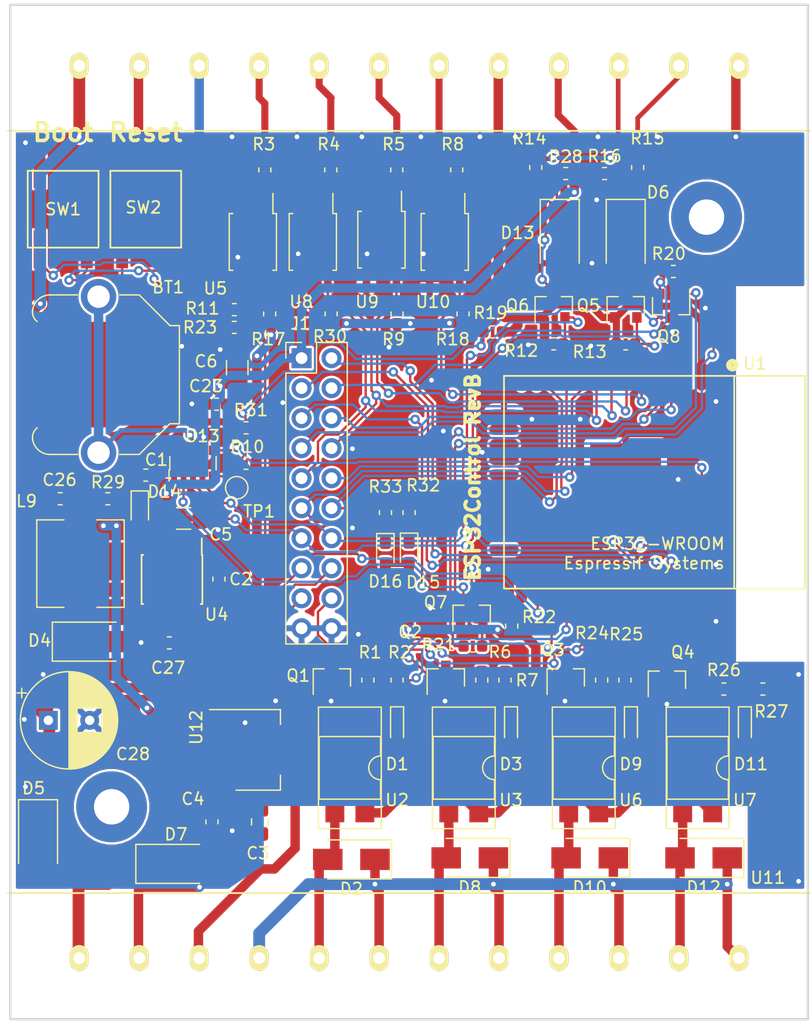
<source format=kicad_pcb>
(kicad_pcb (version 20211014) (generator pcbnew)
  (layers (0 "F.Cu" signal) (31 "B.Cu" signal) (34 "B.Paste" user) (35 "F.Paste" user) (36 "B.SilkS" user "B.Silkscreen") (37 "F.SilkS" user "F.Silkscreen") (38 "B.Mask" user) (39 "F.Mask" user) (44 "Edge.Cuts" user))
  (net 0 "")
  (net 1 "GND")
  (net 2 "+3V3")
  (net 3 "/nReset")
  (net 4 "+24V")
  (net 5 "/Vin")
  (net 6 "Net-(R11-Pad1)")
  (net 7 "/OUT1")
  (net 8 "/OUT2")
  (net 9 "/OUT3")
  (net 10 "/OUT4")
  (net 11 "/CH4")
  (net 12 "/CH1")
  (net 13 "/CH2")
  (net 14 "/CH3")
  (net 15 "Net-(Q2-Pad3)")
  (net 16 "Net-(Q1-Pad3)")
  (net 17 "/IN2")
  (net 18 "/IN1")
  (net 19 "Net-(R23-Pad1)")
  (net 20 "/nBoot")
  (net 21 "VCOM")
  (net 22 "Net-(R5-Pad1)")
  (net 23 "/IN3")
  (net 24 "Net-(R4-Pad1)")
  (net 25 "Net-(R3-Pad1)")
  (net 26 "/IN4")
  (net 27 "Net-(R8-Pad1)")
  (net 28 "/OPTO3")
  (net 29 "/OPTO4")
  (net 30 "Net-(Q4-Pad3)")
  (net 31 "Net-(D11-Pad1)")
  (net 32 "Net-(D9-Pad1)")
  (net 33 "Net-(Q3-Pad3)")
  (net 34 "Net-(D3-Pad1)")
  (net 35 "Net-(D1-Pad1)")
  (net 36 "/VREF")
  (net 37 "Net-(C2-Pad2)")
  (net 38 "Net-(C2-Pad1)")
  (net 39 "Net-(R14-Pad2)")
  (net 40 "Net-(R15-Pad2)")
  (net 41 "/SCL_EXT")
  (net 42 "/SDA_EXT")
  (net 43 "/SCL")
  (net 44 "/SDA")
  (net 45 "Net-(D14-Pad1)")
  (net 46 "/IO4")
  (net 47 "/IO27")
  (net 48 "/IO26")
  (net 49 "/IO25")
  (net 50 "/IO33")
  (net 51 "/IO32")
  (net 52 "/IO39")
  (net 53 "/IO36")
  (net 54 "Net-(Q8-Pad1)")
  (net 55 "/DTR")
  (net 56 "/RTS")
  (net 57 "Net-(Q7-Pad1)")
  (net 58 "Net-(R24-Pad2)")
  (net 59 "Net-(R26-Pad2)")
  (net 60 "Net-(R6-Pad2)")
  (net 61 "Net-(R1-Pad2)")
  (net 62 "/TXD0")
  (net 63 "/RXD0")
  (net 64 "Net-(BT1-Pad1)")
  (net 65 "Net-(C1-Pad1)")
  (net 66 "+5V")
  (net 67 "GNDA")
  (net 68 "Net-(D15-Pad1)")
  (net 69 "Net-(D16-Pad1)")
  (net 70 "Net-(TP1-Pad1)")
  (net 71 "/IO23")
  (footprint "Resistor_SMD:R_0603_1608Metric" (layer "F.Cu") (at 73.089 50.169 90)
    (fp_text reference "R3")
    (fp_text value "1k5")
  )
  (footprint "switches:SMD_Switch_6.5x6" (layer "F.Cu") (at 63 53.5 90)
    (fp_text reference "SW2")
    (fp_text value "Reset")
  )
  (footprint "Resistor_SMD:R_0603_1608Metric" (layer "F.Cu") (at 71.5 75)
    (fp_text reference "R10")
    (fp_text value "10k")
  )
  (footprint "Resistor_SMD:R_0603_1608Metric" (layer "F.Cu") (at 70.5 62)
    (fp_text reference "R11")
    (fp_text value "100")
  )
  (footprint "Resistor_SMD:R_0603_1608Metric" (layer "F.Cu") (at 104.676 49.972 90)
    (fp_text reference "R15")
    (fp_text value "100")
  )
  (footprint "Resistor_SMD:R_0603_1608Metric" (layer "F.Cu") (at 101.87 50.48 180)
    (fp_text reference "R16")
    (fp_text value "10k")
  )
  (footprint "Capacitor_SMD:C_0603_1608Metric" (layer "F.Cu") (at 65 90.2 180)
    (fp_text reference "C27")
    (fp_text value "100n")
  )
  (footprint "Inductor_SMD:L_7.3x7.3_H4.5" (layer "F.Cu") (at 57.468 83.488 90)
    (fp_text reference "L9")
    (fp_text value "680u")
  )
  (footprint "Capacitor_THT:CP_Radial_D8.0mm_P3.50mm" (layer "F.Cu") (at 54.75 96.75)
    (fp_text reference "C28")
    (fp_text value "100u 50V")
  )
  (footprint "Capacitor_SMD:C_0603_1608Metric" (layer "F.Cu") (at 55.75 78)
    (fp_text reference "C26")
    (fp_text value "100n")
  )
  (footprint "Resistor_SMD:R_0603_1608Metric" (layer "F.Cu") (at 73.5 62.3545 -90)
    (fp_text reference "R17")
    (fp_text value "10k")
  )
  (footprint "Resistor_SMD:R_0603_1608Metric" (layer "F.Cu") (at 78.7045 62.3545 -90)
    (fp_text reference "R30")
    (fp_text value "10k")
  )
  (footprint "ESP32-footprints-Lib:ESP32-WROOM" (layer "F.Cu") (at 106.1 76.6 90)
    (fp_text reference "U1")
    (fp_text value "ESP32-WROOM")
  )
  (footprint "switches:SMD_Switch_6.5x6" (layer "F.Cu") (at 56 53.5 90)
    (fp_text reference "SW1")
    (fp_text value "Boot")
  )
  (footprint "Resistor_SMD:R_0603_1608Metric" (layer "F.Cu") (at 70.5 63.5)
    (fp_text reference "R23")
    (fp_text value "100")
  )
  (footprint "Resistor_SMD:R_0603_1608Metric" (layer "F.Cu") (at 94.0085 88.7685 -90)
    (fp_text reference "R22")
    (fp_text value "10k")
  )
  (footprint "SOIC_Packages:SO-4_4.4x3.6mm_Pitch2.54mm" (layer "F.Cu") (at 77.153 56.265 -90)
    (fp_text reference "U8")
    (fp_text value "LTV-354T")
  )
  (footprint "SOIC_Packages:SO-4_4.4x3.6mm_Pitch2.54mm" (layer "F.Cu") (at 72.073 56.265 -90)
    (fp_text reference "U5")
    (fp_text value "LTV-354T")
  )
  (footprint "Resistor_SMD:R_0603_1608Metric" (layer "F.Cu") (at 81.816 93.3425 -90)
    (fp_text reference "R1")
    (fp_text value "1k")
  )
  (footprint "Resistor_SMD:R_0603_1608Metric" (layer "F.Cu") (at 93.4365 93.3425 90)
    (fp_text reference "R7")
    (fp_text value "1k")
  )
  (footprint "Resistor_SMD:R_0603_1608Metric" (layer "F.Cu") (at 91.468 93.3425 -90)
    (fp_text reference "R6")
    (fp_text value "1k")
  )
  (footprint "Resistor_SMD:R_0603_1608Metric" (layer "F.Cu") (at 84.2925 93.3425 90)
    (fp_text reference "R2")
    (fp_text value "1k")
  )
  (footprint "Housings_DIP:DIP-4_W7.62mm_SMDSocket_SmallPads" (layer "F.Cu") (at 109.756 100.772 -90)
    (fp_text reference "U7")
    (fp_text value "AQY212")
  )
  (footprint "Housings_DIP:DIP-4_W7.62mm_SMDSocket_SmallPads" (layer "F.Cu") (at 100.104 100.772 -90)
    (fp_text reference "U6")
    (fp_text value "AQY212")
  )
  (footprint "Housings_DIP:DIP-4_W7.62mm_SMDSocket_SmallPads" (layer "F.Cu") (at 80.292 100.772 -90)
    (fp_text reference "U2")
    (fp_text value "AQY212")
  )
  (footprint "Housings_DIP:DIP-4_W7.62mm_SMDSocket_SmallPads" (layer "F.Cu") (at 89.944 100.772 -90)
    (fp_text reference "U3")
    (fp_text value "AQY212")
  )
  (footprint "Resistor_SMD:R_0603_1608Metric" (layer "F.Cu") (at 111.9785 94.1045 180)
    (fp_text reference "R26")
    (fp_text value "1k")
  )
  (footprint "Resistor_SMD:R_0603_1608Metric" (layer "F.Cu") (at 115.2805 94.1045 180)
    (fp_text reference "R27")
    (fp_text value "1k")
  )
  (footprint "Resistor_SMD:R_0603_1608Metric" (layer "F.Cu") (at 103.5965 93.3425 90)
    (fp_text reference "R25")
    (fp_text value "1k")
  )
  (footprint "Package_TO_SOT_SMD:SOT-23" (layer "F.Cu") (at 107.1525 93.3425 90)
    (fp_text reference "Q4")
    (fp_text value "BSS138")
  )
  (footprint "Package_TO_SOT_SMD:SOT-23" (layer "F.Cu") (at 98.58 93.152 90)
    (fp_text reference "Q3")
    (fp_text value "BSS138")
  )
  (footprint "Package_TO_SOT_SMD:SOT-23" (layer "F.Cu") (at 88.42 93.152 90)
    (fp_text reference "Q2")
    (fp_text value "BSS138")
  )
  (footprint "Package_TO_SOT_SMD:SOT-23" (layer "F.Cu") (at 78.768 93.152 90)
    (fp_text reference "Q1")
    (fp_text value "BSS138")
  )
  (footprint "LEDs:LED_0603_HandSoldering" (layer "F.Cu") (at 113.7565 97.4065 -90)
    (fp_text reference "D11")
    (fp_text value "LED")
  )
  (footprint "LEDs:LED_0603_HandSoldering" (layer "F.Cu") (at 104.1045 97.4065 -90)
    (fp_text reference "D9")
    (fp_text value "LED")
  )
  (footprint "LEDs:LED_0603_HandSoldering" (layer "F.Cu") (at 84.2925 97.4065 -90)
    (fp_text reference "D1")
    (fp_text value "LED")
  )
  (footprint "LEDs:LED_0603_HandSoldering" (layer "F.Cu") (at 93.9445 97.4065 -90)
    (fp_text reference "D3")
    (fp_text value "LED")
  )
  (footprint "Diode_SMD:D_SMA" (layer "F.Cu") (at 58.484 90.092)
    (fp_text reference "D4")
    (fp_text value "MBRS140")
  )
  (footprint "Diode_SMD:D_SMA" (layer "F.Cu") (at 110.264 108.392 180)
    (fp_text reference "D12")
    (fp_text value "SMAJ26CAQ")
  )
  (footprint "Diode_SMD:D_SMA" (layer "F.Cu") (at 100.612 108.392 180)
    (fp_text reference "D10")
    (fp_text value "SMAJ26CAQ")
  )
  (footprint "Diode_SMD:D_SMA" (layer "F.Cu") (at 90.452 108.392 180)
    (fp_text reference "D8")
    (fp_text value "SMAJ26CAQ")
  )
  (footprint "Diode_SMD:D_SMA" (layer "F.Cu") (at 53.876 106.868 -90)
    (fp_text reference "D5")
    (fp_text value "MBRS140")
  )
  (footprint "Diode_SMD:D_SMA" (layer "F.Cu") (at 80.419 108.519 180)
    (fp_text reference "D2")
    (fp_text value "SMAJ26CAQ")
  )
  (footprint "Diode_SMD:D_SMA" (layer "F.Cu") (at 65.56 108.9)
    (fp_text reference "D7")
    (fp_text value "SMAJ26CAQ")
  )
  (footprint "Resistor_SMD:R_0603_1608Metric" (layer "F.Cu") (at 101.628 93.3425 -90)
    (fp_text reference "R24")
    (fp_text value "1k")
  )
  (footprint "Resistor_SMD:R_0603_1608Metric" (layer "F.Cu") (at 89.345 50.169 90)
    (fp_text reference "R8")
    (fp_text value "1k5")
  )
  (footprint "Resistor_SMD:R_0603_1608Metric" (layer "F.Cu") (at 84.265 50.169 90)
    (fp_text reference "R5")
    (fp_text value "1k5")
  )
  (footprint "SOIC_Packages:SO-4_4.4x3.6mm_Pitch2.54mm" (layer "F.Cu") (at 82.966295 56.080521 -90)
    (fp_text reference "U9")
    (fp_text value "LTV-354T")
  )
  (footprint "Resistor_SMD:R_0603_1608Metric" (layer "F.Cu") (at 89.8805 62.3545 -90)
    (fp_text reference "R18")
    (fp_text value "10k")
  )
  (footprint "SOIC_Packages:SO-4_4.4x3.6mm_Pitch2.54mm" (layer "F.Cu") (at 88.329 56.265 -90)
    (fp_text reference "U10")
    (fp_text value "LTV-354T")
  )
  (footprint "Resistor_SMD:R_0603_1608Metric" (layer "F.Cu") (at 84.2925 62.3545 -90)
    (fp_text reference "R9")
    (fp_text value "10k")
  )
  (footprint "Resistor_SMD:R_0603_1608Metric" (layer "F.Cu") (at 78.677 50.169 90)
    (fp_text reference "R4")
    (fp_text value "1k5")
  )
  (footprint "Capacitor_SMD:C_0603_1608Metric" (layer "F.Cu") (at 69.2 84.8 -90)
    (fp_text reference "C2")
    (fp_text value "10n")
  )
  (footprint "SOIC_Packages:SOIC-8_3.9x4.9mm_Pitch1.27mm" (layer "F.Cu") (at 65.22006 84.83156 -90)
    (fp_text reference "U4")
    (fp_text value "LM2675M-5")
  )
  (footprint "Resistor_SMD:R_0603_1608Metric" (layer "F.Cu") (at 98.58 50.48)
    (fp_text reference "R28")
    (fp_text value "10k")
  )
  (footprint "Resistor_SMD:R_0603_1608Metric" (layer "F.Cu") (at 96.04 49.972 90)
    (fp_text reference "R14")
    (fp_text value "100")
  )
  (footprint "Resistor_SMD:R_0603_1608Metric" (layer "F.Cu") (at 103.66 64.8945 180)
    (fp_text reference "R13")
    (fp_text value "10k")
  )
  (footprint "Resistor_SMD:R_0603_1608Metric" (layer "F.Cu") (at 97.564 64.8945 180)
    (fp_text reference "R12")
    (fp_text value "10k")
  )
  (footprint "Package_TO_SOT_SMD:SOT-23" (layer "F.Cu") (at 103.66 61.656 90)
    (fp_text reference "Q5")
    (fp_text value "BSS138")
  )
  (footprint "Package_TO_SOT_SMD:SOT-23" (layer "F.Cu") (at 97.564 61.656 90)
    (fp_text reference "Q6")
    (fp_text value "BSS138")
  )
  (footprint "Package_TO_SOT_SMD:SOT-223-3_TabPin2" (layer "F.Cu") (at 72.5 99.25)
    (fp_text reference "U12")
    (fp_text value "LM1117-3.3")
  )
  (footprint "Capacitor_SMD:C_0805_2012Metric_Pad1.15x1.40mm_HandSolder" (layer "F.Cu") (at 72.672 105.344 -90)
    (fp_text reference "C3")
    (fp_text value "4u7")
  )
  (footprint "Capacitor_SMD:C_0603_1608Metric" (layer "F.Cu") (at 68.608 105.344 -90)
    (fp_text reference "C4")
    (fp_text value "100n")
  )
  (footprint "Diode_SMD:D_SMA" (layer "F.Cu") (at 103.66 56.068 -90)
    (fp_text reference "D6")
    (fp_text value "SMAZ7V5")
  )
  (footprint "Diode_SMD:D_SMA" (layer "F.Cu") (at 98.072 56.068 -90)
    (fp_text reference "D13")
    (fp_text value "SMAZ7V5")
  )
  (footprint "Resistor_SMD:R_0603_1608Metric" (layer "F.Cu") (at 92.393 63.8785 180)
    (fp_text reference "R19")
    (fp_text value "10k")
  )
  (footprint "Resistor_SMD:R_0603_1608Metric" (layer "F.Cu") (at 59.7875 78)
    (fp_text reference "R29")
    (fp_text value "1k")
  )
  (footprint "LED_SMD:LED_0603_1608Metric_Pad1.05x0.95mm_HandSolder" (layer "F.Cu") (at 62.5 79 -90)
    (fp_text reference "D14")
    (fp_text value "LED")
  )
  (footprint "cb_hut:CB_HUT_4" (layer "F.Cu") (at 85.3085 79.1185)
    (fp_text reference "U11")
    (fp_text value "HUT4")
  )
  (footprint "Resistor_SMD:R_0603_1608Metric" (layer "F.Cu") (at 107.696 58.7685)
    (fp_text reference "R20")
    (fp_text value "10k")
  )
  (footprint "Package_TO_SOT_SMD:SOT-23" (layer "F.Cu") (at 90.6085 87.7685 90)
    (fp_text reference "Q7")
    (fp_text value "MMBT3904")
  )
  (footprint "Package_TO_SOT_SMD:SOT-23" (layer "F.Cu") (at 107.5085 61.6685 -90)
    (fp_text reference "Q8")
    (fp_text value "MMBT3904")
  )
  (footprint "Capacitor_SMD:C_0603_1608Metric" (layer "F.Cu") (at 69 70 180)
    (fp_text reference "C23")
    (fp_text value "1u")
  )
  (footprint "Battery:BatteryHolder_Keystone_3001_1x12mm" (layer "F.Cu") (at 59 67.5 -90)
    (fp_text reference "BT1")
    (fp_text value "Battery_Cell")
  )
  (footprint "Capacitor_SMD:C_0603_1608Metric" (layer "F.Cu") (at 63 76 180)
    (fp_text reference "C1")
    (fp_text value "1u")
  )
  (footprint "LED_SMD:LED_0603_1608Metric_Pad1.05x0.95mm_HandSolder" (layer "F.Cu") (at 85.3085 82.5685 -90)
    (fp_text reference "D15")
    (fp_text value "LED")
  )
  (footprint "LED_SMD:LED_0603_1608Metric_Pad1.05x0.95mm_HandSolder" (layer "F.Cu") (at 83.3 82.6 -90)
    (fp_text reference "D16")
    (fp_text value "LED")
  )
  (footprint "Resistor_SMD:R_0603_1608Metric" (layer "F.Cu") (at 71.5 72 180)
    (fp_text reference "R31")
    (fp_text value "100")
  )
  (footprint "Resistor_SMD:R_0603_1608Metric" (layer "F.Cu") (at 85.3085 79.1685 -90)
    (fp_text reference "R32")
    (fp_text value "1k")
  )
  (footprint "Resistor_SMD:R_0603_1608Metric" (layer "F.Cu") (at 83.3085 79.1685 -90)
    (fp_text reference "R33")
    (fp_text value "1k")
  )
  (footprint "TestPoint:TestPoint_Pad_D1.5mm" (layer "F.Cu") (at 70.7085 77.0685)
    (fp_text reference "TP1")
    (fp_text value "TestPoint")
  )
  (footprint "Package_SON:RTC_SMD_MicroCrystal_C3_2.5x3.7mm" (layer "F.Cu") (at 67 75 90)
    (fp_text reference "U13")
    (fp_text value "RV-8523-C3")
  )
  (footprint "Capacitor_SMD:C_1206_3216Metric" (layer "F.Cu") (at 66.2085 79.6685)
    (fp_text reference "C5")
    (fp_text value "47u 10V")
  )
  (footprint "Capacitor_SMD:C_1206_3216Metric" (layer "F.Cu") (at 70.75 66.9 90)
    (fp_text reference "C6")
    (fp_text value "47u 10V")
  )
  (footprint "Connector_PinHeader_2.54mm:PinHeader_2x10_P2.54mm_Vertical" (layer "F.Cu") (at 76.2 66.1)
    (fp_text reference "J1")
    (fp_text value "Conn_02x10_Odd_Even")
  )
  (footprint "Resistor_SMD:R_0603_1608Metric" (layer "F.Cu") (at 90.7085 90.4685 180)
    (fp_text reference "R21")
    (fp_text value "10k")
  )
  (gr_line (start 51.5265 122.0445) (end 119.0905 122.0445) (layer "Edge.Cuts") (width 0.2))
  (gr_line (start 119.0905 36.1925) (end 51.5265 36.1925) (layer "Edge.Cuts") (width 0.2))
  (gr_line (start 119.0905 122.0445) (end 119.0905 36.1925) (layer "Edge.Cuts") (width 0.2))
  (gr_line (start 51.5265 36.1925) (end 51.5265 122.0445) (layer "Edge.Cuts") (width 0.2))
  (gr_text "Reset" (at 63 47) (layer "F.SilkS") (effects (font (size 1.5 1.5) (thickness 0.3))))
  (gr_text "Boot" (at 56 47) (layer "F.SilkS") (effects (font (size 1.5 1.5) (thickness 0.3))))
  (gr_text "ESP32Control RevB" (at 90.7085 76.1685 90) (layer "F.SilkS") (effects (font (size 1.2 1.2) (thickness 0.3))))
  (segment (start 71.0845 57.2745) (end 75.9105 57.2745) (width 0.6) (layer "F.Cu") (net 1))
  (segment (start 59.077 78) (end 61.077 76) (width 0.2) (layer "F.Cu") (net 1))
  (segment (start 66.1 67.4) (end 66.1 65.141) (width 0.8) (layer "F.Cu") (net 1))
  (segment (start 59 78) (end 59.077 78) (width 0.2) (layer "F.Cu") (net 1))
  (segment (start 99.1895 95.1205) (end 98.5165 95.1205) (width 0.6) (layer "F.Cu") (net 1))
  (segment (start 103.66 58.068) (end 100.802508 58.068) (width 0.8) (layer "F.Cu") (net 1))
  (segment (start 70.803 57.556) (end 71.0845 57.2745) (width 0.6) (layer "F.Cu") (net 1))
  (segment (start 62.4485 110.8685) (end 67.56 110.8685) (width 0.8) (layer "F.Cu") (net 1))
  (segment (start 111.3085 67.6415) (end 111.35 67.6) (width 0.6) (layer "F.Cu") (net 1))
  (segment (start 64.1045 90.092) (end 64.2125 90.2) (width 0.8) (layer "F.Cu") (net 1))
  (segment (start 75.883 58.735) (end 75.883 59.415) (width 0.6) (layer "F.Cu") (net 1))
  (segment (start 60.484 90.092) (end 62.685 90.092) (width 0.8) (layer "F.Cu") (net 1))
  (segment (start 67.55 79.25) (end 67.764032 79.25) (width 0.2) (layer "F.Cu") (net 1))
  (segment (start 68.608 106.094) (end 70.3225 106.094) (width 0.8) (layer "F.Cu") (net 1))
  (segment (start 61.077 76) (end 62.2125 76) (width 0.2) (layer "F.Cu") (net 1))
  (segment (start 70.803 60.703) (end 71.2875 61.1875) (width 0.6) (layer "F.Cu") (net 1))
  (segment (start 66.9085 69.9685) (end 68.181 69.9685) (width 0.2) (layer "F.Cu") (net 1))
  (segment (start 111.35 85.6) (end 111.35 88.327) (width 0.6) (layer "F.Cu") (net 1))
  (segment (start 75.883 59.415) (end 75.883 57.815) (width 0.6) (layer "F.Cu") (net 1))
  (segment (start 111.35 83.61) (end 111.3085 83.5685) (width 0.6) (layer "F.Cu") (net 1))
  (segment (start 70.75 65.5) (end 69.44 65.5) (width 0.6) (layer "F.Cu") (net 1))
  (segment (start 72.672 106.594) (end 71.247 106.594) (width 0.8) (layer "F.Cu") (net 1))
  (segment (start 56.5375 78) (end 59 78) (width 0.2) (layer "F.Cu") (net 1))
  (segment (start 60.992 89.584) (end 60.484 90.092) (width 0.8) (layer "F.Cu") (net 1))
  (segment (start 99.53 94.78) (end 99.1895 95.1205) (width 0.6) (layer "F.Cu") (net 1))
  (segment (start 112.9945 41.4955) (end 112.9945 47.3685) (width 0.8) (layer "F.Cu") (net 1))
  (segment (start 71.247 106.594) (end 70.747 106.094) (width 0.8) (layer "F.Cu") (net 1))
  (segment (start 95.324957 70.885) (end 95.7085 71.268543) (width 0.6) (layer "F.Cu") (net 1))
  (segment (start 113.185 41.305) (end 112.9945 41.4955) (width 0.8) (layer "F.Cu") (net 1))
  (segment (start 108.04 76.3) (end 108.1085 76.3685) (width 0.6) (layer "F.Cu") (net 1))
  (segment (start 70.747 106.094) (end 70.3225 106.094) (width 0.8) (layer "F.Cu") (net 1))
  (segment (start 108.1025 94.3425) (end 108.1025 95.0975) (width 0.6) (layer "F.Cu") (net 1))
  (segment (start 67.764032 79.25) (end 69.138641 80.624609) (width 0.2) (layer "F.Cu") (net 1))
  (segment (start 59 67.5) (end 59 67.4) (width 0.8) (layer "F.Cu") (net 1))
  (segment (start 108.1025 94.3425) (end 108.1025 94.2925) (width 1) (layer "F.Cu") (net 1))
  (segment (start 67.56 107.142) (end 68.608 106.094) (width 0.8) (layer "F.Cu") (net 1))
  (segment (start 67.8 72.877) (end 67.9085 72.7685) (width 0.2) (layer "F.Cu") (net 1))
  (segment (start 75.883 57.815) (end 75.9105 57.7875) (width 0.6) (layer "F.Cu") (net 1))
  (segment (start 98.072 58.068) (end 103.66 58.068) (width 0.8) (layer "F.Cu") (net 1))
  (segment (start 62.385 116.805) (end 62.385 110.932) (width 0.8) (layer "F.Cu") (net 1))
  (segment (start 67.56 110.8685) (end 67.56 108.9) (width 0.8) (layer "F.Cu") (net 1))
  (segment (start 64.58506 87.53156) (end 64.58506 89.82744) (width 0.8) (layer "F.Cu") (net 1))
  (segment (start 89.325 94.152) (end 88.3565 95.1205) (width 0.6) (layer "F.Cu") (net 1))
  (segment (start 103.65 76.3) (end 100.04 76.3) (width 0.6) (layer "F.Cu") (net 1))
  (segment (start 111.35 88.327) (end 111.3085 88.3685) (width 0.6) (layer "F.Cu") (net 1))
  (segment (start 66.1 65.141) (end 66.056 65.097) (width 0.8) (layer "F.Cu") (net 1))
  (segment (start 69.35 96.95) (end 71.41648 96.95) (width 0.8) (layer "F.Cu") (net 1))
  (segment (start 70.803 59.415) (end 70.803 57.556) (width 0.6) (layer "F.Cu") (net 1))
  (segment (start 81.696295 59.230521) (end 81.696295 57.330705) (width 0.6) (layer "F.Cu") (net 1))
  (segment (start 68.181 69.9685) (end 68.2125 70) (width 0.2) (layer "F.Cu") (net 1))
  (segment (start 64.58506 89.82744) (end 64.2125 90.2) (width 0.8) (layer "F.Cu") (net 1))
  (segment (start 87.059 57.815) (end 87.059 59.415) (width 0.6) (layer "F.Cu") (net 1))
  (segment (start 75.9105 57.7875) (end 75.9105 57.2745) (width 0.6) (layer "F.Cu") (net 1))
  (segment (start 70.803 59.415) (end 70.803 60.703) (width 0.6) (layer "F.Cu") (net 1))
  (segment (start 59 67.4) (end 66.1 67.4) (width 0.8) (layer "F.Cu") (net 1))
  (segment (start 108.1025 95.0975) (end 107.8255 95.3745) (width 0.6) (layer "F.Cu") (net 1))
  (segment (start 100.04 76.3) (end 99.8085 76.0685) (width 0.6) (layer "F.Cu") (net 1))
  (segment (start 62.385 110.932) (end 62.4485 110.8685) (width 0.8) (layer "F.Cu") (net 1))
  (segment (start 62.685 90.092) (end 62.6085 90.1685) (width 0.8) (layer "F.Cu") (net 1))
  (segment (start 75.9105 57.2745) (end 81.7525 57.2745) (width 0.6) (layer "F.Cu") (net 1))
  (segment (start 107.8255 95.3745) (end 107.1525 95.3745) (width 0.6) (layer "F.Cu") (net 1))
  (segment (start 89.37 94.152) (end 89.325 94.152) (width 0.6) (layer "F.Cu") (net 1))
  (segment (start 79.718 94.152) (end 79.718 94.78) (width 0.6) (layer "F.Cu") (net 1))
  (segment (start 67.56 108.9) (end 67.56 107.142) (width 0.8) (layer "F.Cu") (net 1))
  (segment (start 99.53 94.152) (end 99.53 94.78) (width 0.6) (layer "F.Cu") (net 1))
  (segment (start 103.65 76.3) (end 108.04 76.3) (width 0.6) (layer "F.Cu") (net 1))
  (segment (start 111.3085 69.7685) (end 111.3085 67.6415) (width 0.6) (layer "F.Cu") (net 1))
  (segment (start 79.718 94.78) (end 79.3775 95.1205) (width 0.6) (layer "F.Cu") (net 1))
  (segment (start 71.2875 61.1875) (end 71.2875 62) (width 0.6) (layer "F.Cu") (net 1))
  (segment (start 79.3775 95.1205) (end 78.7045 95.1205) (width 0.6) (layer "F.Cu") (net 1))
  (segment (start 93.35 70.885) (end 95.324957 70.885) (width 0.6) (layer "F.Cu") (net 1))
  (segment (start 86.5185 57.2745) (end 87.059 57.815) (width 0.6) (layer "F.Cu") (net 1))
  (segment (start 81.7525 57.2745) (end 86.5185 57.2745) (width 0.6) (layer "F.Cu") (net 1))
  (segment (start 70.803 59.415) (end 70.803 58.735) (width 0.6) (layer "F.Cu") (net 1))
  (segment (start 100.802508 58.068) (end 100.8025 58.067992) (width 0.8) (layer "F.Cu") (net 1))
  (segment (start 81.696295 57.330705) (end 81.7525 57.2745) (width 0.6) (layer "F.Cu") (net 1))
  (segment (start 99.8085 76.0685) (end 99.8085 71.268543) (width 0.6) (layer "F.Cu") (net 1))
  (segment (start 67.8 73.9) (end 67.8 72.877) (width 0.2) (layer "F.Cu") (net 1))
  (segment (start 71.2875 62) (end 71.2875 63.5) (width 0.6) (layer "F.Cu") (net 1))
  (segment (start 69.44 65.5) (end 69.3085 65.3685) (width 0.6) (layer "F.Cu") (net 1))
  (segment (start 111.35 85.6) (end 111.35 83.61) (width 0.6) (layer "F.Cu") (net 1))
  (segment (start 62.6085 90.1685) (end 64.1045 90.092) (width 0.8) (layer "F.Cu") (net 1))
  (via (at 107.1525 95.3745) (size 0.8) (drill 0.4) (layers "F.Cu" "B.Cu") (net 1))
  (via (at 100.8025 58.067992) (size 0.8) (drill 0.4) (layers "F.Cu" "B.Cu") (net 1))
  (via (at 101.202499 52.7025) (size 0.8) (drill 0.4) (layers "F.Cu" "B.Cu") (net 1))
  (via (at 67.9085 72.7685) (size 0.8) (drill 0.4) (layers "F.Cu" "B.Cu") (net 1))
  (via (at 112.9945 47.3685) (size 0.8) (drill 0.4) (layers "F.Cu" "B.Cu") (net 1))
  (via (at 69.138641 80.624609) (size 0.8) (drill 0.4) (layers "F.Cu" "B.Cu") (net 1))
  (via (at 91.5085 74.0685) (size 0.8) (drill 0.4) (layers "F.Cu" "B.Cu") (net 1))
  (via (at 111.3085 83.5685) (size 0.8) (drill 0.4) (layers "F.Cu" "B.Cu") (net 1))
  (via (at 118.3085 92.8685) (size 0.8) (drill 0.4) (layers "F.Cu" "B.Cu") (net 1))
  (via (at 101.3085 47.3685) (size 0.8) (drill 0.4) (layers "F.Cu" "B.Cu") (net 1))
  (via (at 69.3085 65.3685) (size 0.8) (drill 0.4) (layers "F.Cu" "B.Cu") (net 1))
  (via (at 95.7085 71.268543) (size 0.8) (drill 0.4) (layers "F.Cu" "B.Cu") (net 1))
  (via (at 88.2085 72.2685) (size 0.8) (drill 0.4) (layers "F.Cu" "B.Cu") (net 1))
  (via (at 111.3085 88.3685) (size 0.8) (drill 0.4) (layers "F.Cu" "B.Cu") (net 1))
  (via (at 67.56 110.8685) (size 0.8) (drill 0.4) (layers "F.Cu" "B.Cu") (net 1))
  (via (at 70.3085 47.3685) (size 0.8) (drill 0.4) (layers "F.Cu" "B.Cu") (net 1))
  (via (at 80.5085 80.4685) (size 0.8) (drill 0.4) (layers "F.Cu" "B.Cu") (net 1))
  (via (at 74.6085 69.8685) (size 0.8) (drill 0.4) (layers "F.Cu" "B.Cu") (net 1))
  (via (at 108.1085 76.3685) (size 0.8) (drill 0.4) (layers "F.Cu" "B.Cu") (net 1))
  (via (at 88.3565 95.1205) (size 0.8) (drill 0.4) (layers "F.Cu" "B.Cu") (net 1))
  (via (at 75.8085 47.3685) (size 0.8) (drill 0.4) (layers "F.Cu" "B.Cu") (net 1))
  (via (at 110.4085 61.8685) (size 0.8) (drill 0.4) (layers "F.Cu" "B.Cu") (net 1))
  (via (at 70.3225 106.094) (size 0.8) (drill 0.4) (layers "F.Cu" "B.Cu") (net 1))
  (via (at 106.3905 47.3685) (size 0.8) (drill 0.4) (layers "F.Cu" "B.Cu") (net 1))
  (via (at 52.8085 102.3685) (size 0.8) (drill 0.4) (layers "F.Cu" "B.Cu") (net 1))
  (via (at 71.41648 96.95) (size 0.8) (drill 0.4) (layers "F.Cu" "B.Cu") (net 1))
  (via (at 91.3085 47.3685) (size 0.8) (drill 0.4) (layers "F.Cu" "B.Cu") (net 1))
  (via (at 62.6085 90.1685) (size 0.8) (drill 0.4) (layers "F.Cu" "B.Cu") (net 1))
  (via (at 99.8085 71.268543) (size 0.8) (drill 0.4) (layers "F.Cu" "B.Cu") (net 1))
  (via (at 78.7045 95.1205) (size 0.8) (drill 0.4) (layers "F.Cu" "B.Cu") (net 1))
  (via (at 107.6085 63.8685) (size 0.8) (drill 0.4) (layers "F.Cu" "B.Cu") (net 1))
  (via (at 87.2085 67.9685) (size 0.8) (drill 0.4) (layers "F.Cu" "B.Cu") (net 1))
  (via (at 66.9085 69.9685) (size 0.8) (drill 0.4) (layers "F.Cu" "B.Cu") (net 1))
  (via (at 74 95.1) (size 0.8) (drill 0.4) (layers "F.Cu" "B.Cu") (net 1))
  (via (at 95.4085 64.9685) (size 0.8) (drill 0.4) (layers "F.Cu" "B.Cu") (net 1))
  (via (at 81.0085 89.4685) (size 0.8) (drill 0.4) (layers "F.Cu" "B.Cu") (net 1))
  (via (at 70.803 57.556) (size 0.8) (drill 0.4) (layers "F.Cu" "B.Cu") (net 1))
  (via (at 86.3085 47.3685) (size 0.8) (drill 0.4) (layers "F.Cu" "B.Cu") (net 1))
  (via (at 80.5085 73.7685) (size 0.8) (drill 0.4) (layers "F.Cu" "B.Cu") (net 1))
  (via (at 52.7085 96.6685) (size 0.8) (drill 0.4) (layers "F.Cu" "B.Cu") (net 1))
  (via (at 86.5185 57.2745) (size 0.8) (drill 0.4) (layers "F.Cu" "B.Cu") (net 1))
  (via (at 118.3085 110.3685) (size 0.8) (drill 0.4) (layers "F.Cu" "B.Cu") (net 1))
  (via (at 81.7525 57.2745) (size 0.8) (drill 0.4) (layers "F.Cu" "B.Cu") (net 1))
  (via (at 87.1085 87.2685) (size 0.8) (drill 0.4) (layers "F.Cu" "B.Cu") (net 1))
  (via (at 94.3085 47.3685) (size 0.8) (drill 0.4) (layers "F.Cu" "B.Cu") (net 1))
  (via (at 83.6085 65.1685) (size 0.8) (drill 0.4) (layers "F.Cu" "B.Cu") (net 1))
  (via (at 52.8085 47.8685) (size 0.8) (drill 0.4) (layers "F.Cu" "B.Cu") (net 1))
  (via (at 54.3085 92.8685) (size 0.8) (drill 0.4) (layers "F.Cu" "B.Cu") (net 1))
  (via (at 66.056 65.097) (size 0.8) (drill 0.4) (layers "F.Cu" "B.Cu") (net 1))
  (via (at 98.5165 95.1205) (size 0.8) (drill 0.4) (layers "F.Cu" "B.Cu") (net 1))
  (via (at 81.3085 47.3685) (size 0.8) (drill 0.4) (layers "F.Cu" "B.Cu") (net 1))
  (via (at 92.0085 83.9685) (size 0.8) (drill 0.4) (layers "F.Cu" "B.Cu") (net 1))
  (via (at 111.3085 69.7685) (size 0.8) (drill 0.4) (layers "F.Cu" "B.Cu") (net 1))
  (via (at 100.7085 65.0685) (size 0.8) (drill 0.4) (layers "F.Cu" "B.Cu") (net 1))
  (via (at 75.9105 57.2745) (size 0.8) (drill 0.4) (layers "F.Cu" "B.Cu") (net 1))
  (segment (start 101.202499 52.7025) (end 101.202499 57.667993) (width 0.8) (layer "B.Cu") (net 1))
  (segment (start 106.3905 47.3685) (end 101.202499 52.556501) (width 0.8) (layer "B.Cu") (net 1))
  (segment (start 111.3085 83.5685) (end 111.3085 76.3685) (width 0.6) (layer "B.Cu") (net 1))
  (segment (start 100.0405 95.1205) (end 100.2945 95.3745) (width 0.8) (layer "B.Cu") (net 1))
  (segment (start 101.202499 57.667993) (end 100.8025 58.067992) (width 0.8) (layer "B.Cu") (net 1))
  (segment (start 68.7985 57.5835) (end 68.826 57.556) (width 0.6) (layer "B.Cu") (net 1))
  (segment (start 94.1985 95.1205) (end 94.178 95.1) (width 0.8) (layer "B.Cu") (net 1))
  (segment (start 68.7985 58.2905) (end 68.7985 57.5835) (width 0.6) (layer "B.Cu") (net 1))
  (segment (start 112.9945 47.3685) (end 106.3905 47.3685) (width 0.8) (layer "B.Cu") (net 1))
  (segment (start 110.3025 95.3745) (end 107.1525 95.3745) (width 0.6) (layer "B.Cu") (net 1))
  (segment (start 95.7085 71.268543) (end 96.274185 71.268543) (width 0.6) (layer "B.Cu") (net 1))
  (segment (start 68.7985 57.7825) (end 68.7985 58.2905) (width 0.6) (layer "B.Cu") (net 1))
  (segment (start 68.7985 64.1325) (end 67.834 65.097) (width 0.6) (layer "B.Cu") (net 1))
  (segment (start 100.2945 95.3745) (end 107.1525 95.3745) (width 0.8) (layer "B.Cu") (net 1))
  (segment (start 94.1985 95.1205) (end 74.0205 95.1205) (width 0.8) (layer "B.Cu") (net 1))
  (segment (start 111.3085 94.3685) (end 110.3025 95.3745) (width 0.6) (layer "B.Cu") (net 1))
  (segment (start 68.826 57.556) (end 70.803 57.556) (width 0.6) (layer "B.Cu") (net 1))
  (segment (start 68.7985 48.6385) (end 68.7985 57.5285) (width 0.6) (layer "B.Cu") (net 1))
  (segment (start 67.834 65.097) (end 66.056 65.097) (width 0.6) (layer "B.Cu") (net 1))
  (segment (start 73.26648 95.1) (end 71.41648 96.95) (width 0.8) (layer "B.Cu") (net 1))
  (segment (start 74 95.1) (end 73.26648 95.1) (width 0.8) (layer "B.Cu") (net 1))
  (segment (start 68.7985 57.5285) (end 68.826 57.556) (width 0.6) (layer "B.Cu") (net 1))
  (segment (start 68.7985 58.2905) (end 68.7985 64.1325) (width 0.6) (layer "B.Cu") (net 1))
  (segment (start 67.5285 47.3685) (end 68.7985 48.6385) (width 0.8) (layer "B.Cu") (net 1))
  (segment (start 96.274185 71.268543) (end 99.8085 71.268543) (width 0.6) (layer "B.Cu") (net 1))
  (segment (start 74.0205 95.1205) (end 74 95.1) (width 0.8) (layer "B.Cu") (net 1))
  (segment (start 111.3085 76.3685) (end 111.3085 69.7685) (width 0.6) (layer "B.Cu") (net 1))
  (segment (start 67.9085 72.7685) (end 66.9085 71.7685) (width 0.2) (layer "B.Cu") (net 1))
  (segment (start 108.1085 76.3685) (end 111.3085 76.3685) (width 0.6) (layer "B.Cu") (net 1))
  (segment (start 67.5285 41.3685) (end 67.5285 47.3685) (width 0.8) (layer "B.Cu") (net 1))
  (segment (start 101.202499 52.556501) (end 101.202499 52.7025) (width 0.8) (layer "B.Cu") (net 1))
  (segment (start 111.3085 88.3685) (end 111.3085 94.3685) (width 0.6) (layer "B.Cu") (net 1))
  (segment (start 94.1985 95.1205) (end 100.0405 95.1205) (width 0.8) (layer "B.Cu") (net 1))
  (segment (start 66.9085 71.7685) (end 66.9085 69.9685) (width 0.2) (layer "B.Cu") (net 1))
  (segment (start 91.214 98.4785) (end 91.186 98.5065) (width 0.8) (layer "F.Cu") (net 2))
  (segment (start 110.744 98.5065) (end 113.7565 98.5065) (width 0.8) (layer "F.Cu") (net 2))
  (segment (start 85.277 83.475) (end 85.3085 83.4435) (width 0.6) (layer "F.Cu") (net 2))
  (segment (start 72.672 99.372) (end 72.55 99.25) (width 0.8) (layer "F.Cu") (net 2))
  (segment (start 95.096 89.556) (end 94.0085 89.556) (width 0.8) (layer "F.Cu") (net 2))
  (segment (start 84.2925 98.5065) (end 81.534 98.5065) (width 0.8) (layer "F.Cu") (net 2))
  (segment (start 96.0465 98.5065) (end 96.0465 90.5065) (width 0.8) (layer "F.Cu") (net 2))
  (segment (start 72.672 104.319) (end 72.672 99.372) (width 0.8) (layer "F.Cu") (net 2))
  (segment (start 72.41649 99.11649) (end 72.55 99.25) (width 0.8) (layer "F.Cu") (net 2))
  (segment (start 91.186 98.5065) (end 93.9445 98.5065) (width 0.8) (layer "F.Cu") (net 2))
  (segment (start 72.172 104.594) (end 72.672 104.094) (width 0.8) (layer "F.Cu") (net 2))
  (segment (start 96.614 62.606) (end 97.614 61.606) (width 0.6) (layer "F.Cu") (net 2))
  (segment (start 93.296 89.556) (end 92.8085 89.0685) (width 0.8) (layer "F.Cu") (net 2))
  (segment (start 92.865 41.305) (end 92.865 62.1005) (width 0.8) (layer "F.Cu") (net 2))
  (segment (start 111.026 96.962) (end 111.026 98.362) (width 0.8) (layer "F.Cu") (net 2))
  (segment (start 96.0465 98.5065) (end 101.346 98.5065) (width 0.8) (layer "F.Cu") (net 2))
  (segment (start 101.71 62.656) (end 102.859998 62.656) (width 0.6) (layer "F.Cu") (net 2))
  (segment (start 91.0845 62.1005) (end 92.865 62.1005) (width 0.8) (layer "F.Cu") (net 2))
  (segment (start 104.1045 98.5065) (end 104.1045 98.3565) (width 0.8) (layer "F.Cu") (net 2))
  (segment (start 84.306628 63.118628) (end 84.306628 63.482795) (width 0.8) (layer "F.Cu") (net 2))
  (segment (start 101.374 96.962) (end 101.374 98.4785) (width 0.8) (layer "F.Cu") (net 2))
  (segment (start 96.614 62.656) (end 94.521 62.656) (width 0.8) (layer "F.Cu") (net 2))
  (segment (start 91.214 96.962) (end 91.214 98.4785) (width 0.8) (layer "F.Cu") (net 2))
  (segment (start 96.7765 64.8945) (end 96.7765 62.8185) (width 0.8) (layer "F.Cu") (net 2))
  (segment (start 72.55 99.25) (end 75.65 99.25) (width 0.8) (layer "F.Cu") (net 2))
  (segment (start 73.5 63.142) (end 78.7045 63.142) (width 0.8) (layer "F.Cu") (net 2))
  (segment (start 97.614 61.606) (end 100.66 61.606) (width 0.6) (layer "F.Cu") (net 2))
  (segment (start 84.319 63.1685) (end 84.2925 63.142) (width 0.8) (layer "F.Cu") (net 2))
  (segment (start 101.346 98.5065) (end 104.1045 98.5065) (width 0.8) (layer "F.Cu") (net 2))
  (segment (start 69.35 99.25) (end 72.55 99.25) (width 0.8) (layer "F.Cu") (net 2))
  (segment (start 110.08 62.94) (end 110.08 67.6) (width 0.6) (layer "F.Cu") (net 2))
  (segment (start 85.3085 89.0685) (end 85.3085 83.4435) (width 0.8) (layer "F.Cu") (net 2))
  (segment (start 93.9445 98.5065) (end 96.0465 98.5065) (width 0.8) (layer "F.Cu") (net 2))
  (segment (start 76.4185 98.5065) (end 75.3185 98.5065) (width 0.8) (layer "F.Cu") (net 2))
  (segment (start 73.6245 63.1045) (end 73.6245 64.1325) (width 0.8) (layer "F.Cu") (net 2))
  (segment (start 94.0085 89.556) (end 93.296 89.556) (width 0.8) (layer "F.Cu") (net 2))
  (segment (start 89.8805 63.1045) (end 90.0805 63.1045) (width 0.8) (layer "F.Cu") (net 2))
  (segment (start 90.0805 63.1045) (end 91.0845 62.1005) (width 0.8) (layer "F.Cu") (net 2))
  (segment (start 110.8815 98.5065) (end 110.744 98.5065) (width 0.8) (layer "F.Cu") (net 2))
  (segment (start 83.3 83.475) (end 85.277 83.475) (width 0.6) (layer "F.Cu") (net 2))
  (segment (start 104.1045 98.5065) (end 110.744 98.5065) (width 0.8) (layer "F.Cu") (net 2))
  (segment (start 96.614 62.656) (end 96.614 62.606) (width 0.8) (layer "F.Cu") (net 2))
  (segment (start 72.41649 94.16051) (end 72.41649 95.11649) (width 0.8) (layer "F.Cu") (net 2))
  (segment (start 101.71 62.656) (end 102.71 62.656) (width 0.6) (layer "F.Cu") (net 2))
  (segment (start 96.0465 90.5065) (end 95.096 89.556) (width 0.8) (layer "F.Cu") (net 2))
  (segment (start 79.982 63.142) (end 80.0085 63.1685) (width 0.8) (layer "F.Cu") (net 2))
  (segment (start 100.66 61.606) (end 101.71 62.656) (width 0.6) (layer "F.Cu") (net 2))
  (segment (start 75.65 98.35) (end 75.65 99.25) (width 0.8) (layer "F.Cu") (net 2))
  (segment (start 94.521 62.656) (end 93.4205 62.656) (width 0.8) (layer "F.Cu") (net 2))
  (segment (start 96.7765 62.8185) (end 96.614 62.656) (width 0.8) (layer "F.Cu") (net 2))
  (segment (start 102.859998 62.656) (end 103.809999 61.705999) (width 0.6) (layer "F.Cu") (net 2))
  (segment (start 81.562 96.962) (end 81.562 98.4785) (width 0.8) (layer "F.Cu") (net 2))
  (segment (start 93.4205 62.656) (end 92.865 62.1005) (width 0.8) (layer "F.Cu") (net 2))
  (segment (start 84.2925 98.5065) (end 91.186 98.5065) (width 0.8) (layer "F.Cu") (net 2))
  (segment (start 78.7045 63.142) (end 79.982 63.142) (width 0.8) (layer "F.Cu") (net 2))
  (segment (start 102.8725 64.8945) (end 102.8725 62.8185) (width 0.6) (layer "F.Cu") (net 2))
  (segment (start 84.2925 98.5065) (end 84.2925 98.3565) (width 0.8) (layer "F.Cu") (net 2))
  (segment (start 111.026 98.362) (end 110.8815 98.5065) (width 0.8) (layer "F.Cu") (net 2))
  (segment (start 72.41649 65.910516) (end 72.41649 94.16051) (width 0.8) (layer "F.Cu") (net 2))
  (segment (start 84.2925 63.1045) (end 84.306628 63.118628) (width 0.8) (layer "F.Cu") (net 2))
  (segment (start 93.9445 98.5065) (end 93.9445 98.3565) (width 0.8) (layer "F.Cu") (net 2))
  (segment (start 81.534 98.5065) (end 76.4185 98.5065) (width 0.8) (layer "F.Cu") (net 2))
  (segment (start 113.7565 98.5065) (end 113.7565 98.3565) (width 0.8) (layer "F.Cu") (net 2))
  (segment (start 94.521 63.356) (end 94.521 62.656) (width 0.8) (layer "F.Cu") (net 2))
  (segment (start 89.8805 63.142) (end 88.735 63.142) (width 0.8) (layer "F.Cu") (net 2))
  (segment (start 72.41649 94.16051) (end 72.41649 99.11649) (width 0.8) (layer "F.Cu") (net 2))
  (segment (start 103.809999 61.705999) (end 108.845999 61.705999) (width 0.6) (layer "F.Cu") (net 2))
  (segment (start 101.374 98.4785) (end 101.346 98.5065) (width 0.8) (layer "F.Cu") (net 2))
  (segment (start 85.4085 63.1685) (end 84.319 63.1685) (width 0.8) (layer "F.Cu") (net 2))
  (segment (start 68.608 104.594) (end 72.172 104.594) (width 0.8) (layer "F.Cu") (net 2))
  (segment (start 93.1805 63.8785) (end 93.9985 63.8785) (width 0.8) (layer "F.Cu") (net 2))
  (segment (start 93.9985 63.8785) (end 94.521 63.356) (width 0.8) (layer "F.Cu") (net 2))
  (segment (start 108.845999 61.705999) (end 110.08 62.94) (width 0.6) (layer "F.Cu") (net 2))
  (segment (start 81.562 98.4785) (end 81.534 98.5065) (width 0.8) (layer "F.Cu") (net 2))
  (via (at 72.41649 65.910516) (size 0.8) (drill 0.4) (layers "F.Cu" "B.Cu") (net 2))
  (via (at 88.735 63.142) (size 0.8) (drill 0.4) (layers "F.Cu" "B.Cu") (net 2))
  (via (at 92.8085 89.0685) (size 0.8) (drill 0.4) (layers "F.Cu" "B.Cu") (net 2))
  (via (at 73.6245 64.1325) (size 0.8) (drill 0.4) (layers "F.Cu" "B.Cu") (net 2))
  (via (at 85.4085 63.1685) (size 0.8) (drill 0.4) (layers "F.Cu" "B.Cu") (net 2))
  (via (at 80.0085 63.1685) (size 0.8) (drill 0.4) (layers "F.Cu" "B.Cu") (net 2))
  (via (at 85.3085 89.0685) (size 0.8) (drill 0.4) (layers "F.Cu" "B.Cu") (net 2))
  (segment (start 73.6245 64.702506) (end 72.41649 65.910516) (width 0.8) (layer "B.Cu") (net 2))
  (segment (start 88.7085 63.1685) (end 88.735 63.142) (width 0.8) (layer "B.Cu") (net 2))
  (segment (start 80.0085 63.1685) (end 85.4085 63.1685) (width 0.8) (layer "B.Cu") (net 2))
  (segment (start 85.4085 63.1685) (end 88.7085 63.1685) (width 0.8) (layer "B.Cu") (net 2))
  (segment (start 92.8085 89.0685) (end 85.3085 89.0685) (width 0.8) (layer "B.Cu") (net 2))
  (segment (start 73.6245 64.1325) (end 73.6245 64.702506) (width 0.8) (layer "B.Cu") (net 2))
  (segment (start 68.5 64.4) (end 68.5 68.7125) (width 0.2) (layer "F.Cu") (net 3))
  (segment (start 71.45001 70.75001) (end 71.22699 70.75001) (width 0.2) (layer "F.Cu") (net 3))
  (segment (start 70.7 70) (end 71.45001 70.75001) (width 0.2) (layer "F.Cu") (net 3))
  (segment (start 108.6085 62.6685) (end 108.81 62.87) (width 0.2) (layer "F.Cu") (net 3))
  (segment (start 91.6055 63.8785) (end 91.6085 63.8755) (width 0.2) (layer "F.Cu") (net 3))
  (segment (start 68.5 68.7125) (end 69.7875 70) (width 0.2) (layer "F.Cu") (net 3))
  (segment (start 91.6055 64.871477) (end 91.408477 65.0685) (width 0.2) (layer "F.Cu") (net 3))
  (segment (start 71.45001 74.26249) (end 71.45001 70.75001) (width 0.2) (layer "F.Cu") (net 3))
  (segment (start 106.410026 62.668501) (end 106.010027 63.0685) (width 0.2) (layer "F.Cu") (net 3))
  (segment (start 91.6085 63.8755) (end 91.6085 63.86849) (width 0.2) (layer "F.Cu") (net 3))
  (segment (start 61 59) (end 62.2 60.2) (width 0.2) (layer "F.Cu") (net 3))
  (segment (start 108.81 67.6) (end 108.81 65.868473) (width 0.2) (layer "F.Cu") (net 3))
  (segment (start 69.7875 70) (end 70.7 70) (width 0.2) (layer "F.Cu") (net 3))
  (segment (start 108.81 62.87) (end 108.81 65.868473) (width 0.2) (layer "F.Cu") (net 3))
  (segment (start 70.7125 75) (end 71.45001 74.26249) (width 0.2) (layer "F.Cu") (net 3))
  (segment (start 61 56.9) (end 61 59) (width 0.2) (layer "F.Cu") (net 3))
  (segment (start 61 50.1) (end 61 56.9) (width 0.2) (layer "F.Cu") (net 3))
  (segment (start 107.5085 62.6685) (end 108.6085 62.6685) (width 0.2) (layer "F.Cu") (net 3))
  (segment (start 91.638 63.8835) (end 91.643 63.8785) (width 0.2) (layer "F.Cu") (net 3))
  (segment (start 64.3 60.2) (end 68.5 64.4) (width 0.2) (layer "F.Cu") (net 3))
  (segment (start 91.6055 63.8785) (end 91.6055 64.871477) (width 0.2) (layer "F.Cu") (net 3))
  (segment (start 107.5085 62.6685) (end 106.410026 62.668501) (width 0.2) (layer "F.Cu") (net 3))
  (segment (start 62.2 60.2) (end 64.3 60.2) (width 0.2) (layer "F.Cu") (net 3))
  (segment (start 71.22699 70.75001) (end 71.2085 70.7685) (width 0.2) (layer "F.Cu") (net 3))
  (via (at 71.2085 70.7685) (size 0.8) (drill 0.4) (layers "F.Cu" "B.Cu") (net 3))
  (via (at 106.010027 63.0685) (size 0.8) (drill 0.4) (layers "F.Cu" "B.Cu") (net 3))
  (via (at 91.408477 65.0685) (size 0.8) (drill 0.4) (layers "F.Cu" "B.Cu") (net 3))
  (segment (start 77.290001 67.250001) (end 77.350001 67.190001) (width 0.2) (layer "B.Cu") (net 3))
  (segment (start 91.408477 64.502815) (end 91.408477 65.0685) (width 0.2) (layer "B.Cu") (net 3))
  (segment (start 98.17802 61.955977) (end 97.765509 62.368488) (width 0.2) (layer "B.Cu") (net 3))
  (segment (start 71.2085 70.7685) (end 74.726999 67.250001) (width 0.2) (layer "B.Cu") (net 3))
  (segment (start 90.1085 65.0685) (end 91.408477 65.0685) (width 0.2) (layer "B.Cu") (net 3))
  (segment (start 106.010027 63.0685) (end 104.897504 61.955977) (width 0.2) (layer "B.Cu") (net 3))
  (segment (start 77.85849 64.81849) (end 79.45849 64.81849) (width 0.2) (layer "B.Cu") (net 3))
  (segment (start 79.45849 64.81849) (end 80.8085 66.1685) (width 0.2) (layer "B.Cu") (net 3))
  (segment (start 77.350001 67.190001) (end 77.350001 65.326979) (width 0.2) (layer "B.Cu") (net 3))
  (segment (start 80.8085 66.1685) (end 89.0085 66.1685) (width 0.2) (layer "B.Cu") (net 3))
  (segment (start 93.542804 62.368488) (end 91.408477 64.502815) (width 0.2) (layer "B.Cu") (net 3))
  (segment (start 77.350001 65.326979) (end 77.85849 64.81849) (width 0.2) (layer "B.Cu") (net 3))
  (segment (start 97.765509 62.368488) (end 93.542804 62.368488) (width 0.2) (layer "B.Cu") (net 3))
  (segment (start 74.726999 67.250001) (end 77.290001 67.250001) (width 0.2) (layer "B.Cu") (net 3))
  (segment (start 89.0085 66.1685) (end 90.1085 65.0685) (width 0.2) (layer "B.Cu") (net 3))
  (segment (start 104.897504 61.955977) (end 98.17802 61.955977) (width 0.2) (layer "B.Cu") (net 3))
  (segment (start 54.75 94.75) (end 55.5 94) (width 0.8) (layer "F.Cu") (net 4))
  (segment (start 55.5 94) (end 64.4 94) (width 0.8) (layer "F.Cu") (net 4))
  (segment (start 54.8285 96.8285) (end 54.75 96.75) (width 0.8) (layer "F.Cu") (net 4))
  (segment (start 65.85506 92.54494) (end 65.85506 87.53156) (width 0.8) (layer "F.Cu") (net 4))
  (segment (start 53.876 104.518) (end 54.8285 103.5655) (width 1) (layer "F.Cu") (net 4))
  (segment (start 54.75 96.75) (end 54.75 94.75) (width 0.8) (layer "F.Cu") (net 4))
  (segment (start 52.6 62.9665) (end 52.6 94.6) (width 0.8) (layer "F.Cu") (net 4))
  (segment (start 54.8285 103.5655) (end 54.8285 96.8285) (width 1) (layer "F.Cu") (net 4))
  (segment (start 57.3685 41.3685) (end 57.3685 47.368494) (width 1) (layer "F.Cu") (net 4))
  (segment (start 52.6 94.6) (end 54.75 96.75) (width 0.8) (layer "F.Cu") (net 4))
  (segment (start 53.876 104.868) (end 53.876 104.518) (width 1) (layer "F.Cu") (net 4))
  (segment (start 54.0665 61.5) (end 52.6 62.9665) (width 0.8) (layer "F.Cu") (net 4))
  (segment (start 64.4 94) (end 65.85506 92.54494) (width 0.8) (layer "F.Cu") (net 4))
  (via (at 54.0665 61.5) (size 0.8) (drill 0.4) (layers "F.Cu" "B.Cu") (net 4))
  (via (at 57.3685 47.368494) (size 0.8) (drill 0.4) (layers "F.Cu" "B.Cu") (net 4))
  (segment (start 54.0665 50.4335) (end 57.131506 47.368494) (width 1) (layer "B.Cu") (net 4))
  (segment (start 54.0665 61.5) (end 54.0665 50.4335) (width 1) (layer "B.Cu") (net 4))
  (segment (start 57.131506 47.368494) (end 57.3685 47.368494) (width 1) (layer "B.Cu") (net 4))
  (segment (start 59.813 110.597) (end 57.305 110.597) (width 1) (layer "F.Cu") (net 5))
  (segment (start 61.51 108.9) (end 59.813 110.597) (width 1) (layer "F.Cu") (net 5))
  (segment (start 57.305 110.597) (end 55.576 108.868) (width 1) (layer "F.Cu") (net 5))
  (segment (start 57.305 116.805) (end 57.305 110.597) (width 1) (layer "F.Cu") (net 5))
  (segment (start 63.56 108.9) (end 61.51 108.9) (width 1) (layer "F.Cu") (net 5))
  (segment (start 55.576 108.868) (end 53.876 108.868) (width 1) (layer "F.Cu") (net 5))
  (segment (start 65 58.8) (end 68.2 62) (width 0.2) (layer "F.Cu") (net 6))
  (segment (start 65 56.9) (end 65 58.8) (width 0.2) (layer "F.Cu") (net 6))
  (segment (start 65 50.1) (end 65 56.9) (width 0.2) (layer "F.Cu") (net 6))
  (segment (start 68.2 62) (end 69.7125 62) (width 0.2) (layer "F.Cu") (net 6))
  (segment (start 77.6885 109.2495) (end 77.6885 116.7415) (width 0.8) (layer "F.Cu") (net 7))
  (segment (start 78.419 108.519) (end 77.6885 109.2495) (width 0.8) (layer "F.Cu") (net 7))
  (segment (start 77.6885 116.7415) (end 77.625 116.805) (width 0.8) (layer "F.Cu") (net 7))
  (segment (start 79.022 104.582) (end 79.022 107.916) (width 0.8) (layer "F.Cu") (net 7))
  (segment (start 79.022 107.916) (end 78.419 108.519) (width 0.8) (layer "F.Cu") (net 7))
  (segment (start 87.8485 108.9955) (end 87.8485 116.7415) (width 0.8) (layer "F.Cu") (net 8))
  (segment (start 88.674 104.582) (end 88.674 108.17) (width 0.8) (layer "F.Cu") (net 8))
  (segment (start 88.674 108.17) (end 88.452 108.392) (width 0.8) (layer "F.Cu") (net 8))
  (segment (start 88.452 108.392) (end 87.8485 108.9955) (width 0.8) (layer "F.Cu") (net 8))
  (segment (start 87.8485 116.7415) (end 87.785 116.805) (width 0.8) (layer "F.Cu") (net 8))
  (segment (start 98.834 104.582) (end 98.834 108.17) (width 0.8) (layer "F.Cu") (net 9))
  (segment (start 98.612 108.392) (end 98.0085 108.9955) (width 0.8) (layer "F.Cu") (net 9))
  (segment (start 98.0085 108.9955) (end 98.0085 116.7415) (width 0.8) (layer "F.Cu") (net 9))
  (segment (start 98.0085 116.7415) (end 97.945 116.805) (width 0.8) (layer "F.Cu") (net 9))
  (segment (start 98.834 108.17) (end 98.612 108.392) (width 0.8) (layer "F.Cu") (net 9))
  (segment (start 108.486 108.17) (end 108.264 108.392) (width 0.8) (layer "F.Cu") (net 10))
  (segment (start 108.264 116.646) (end 108.105 116.805) (width 0.8) (layer "F.Cu") (net 10))
  (segment (start 108.264 108.392) (end 108.264 116.646) (width 0.8) (layer "F.Cu") (net 10))
  (segment (start 108.486 104.582) (end 108.486 108.17) (width 0.8) (layer "F.Cu") (net 10))
  (segment (start 77.589999 89.512001) (end 77.589999 87.570001) (width 0.2) (layer "F.Cu") (net 11))
  (segment (start 99.5085 90.7685) (end 105.5085 90.7685) (width 0.2) (layer "F.Cu") (net 11))
  (segment (start 78.346509 90.268511) (end 77.589999 89.512001) (width 0.2) (layer "F.Cu") (net 11))
  (segment (start 105.5085 90.7685) (end 105.6585 90.9185) (width 0.2) (layer "F.Cu") (net 11))
  (segment (start 88.1085 91.0685) (end 87.308511 90.268511) (width 0.2) (layer "F.Cu") (net 11))
  (segment (start 106.2025 91.4625) (end 105.6585 90.9185) (width 0.2) (layer "F.Cu") (net 11))
  (segment (start 87.308511 90.268511) (end 78.346509 90.268511) (width 0.2) (layer "F.Cu") (net 11))
  (segment (start 106.2025 94.3425) (end 106.2025 91.4625) (width 0.2) (layer "F.Cu") (net 11))
  (segment (start 102.46 85.6) (end 102.46 87.817) (width 0.2) (layer "F.Cu") (net 11))
  (segment (start 102.46 87.817) (end 99.5085 90.7685) (width 0.2) (layer "F.Cu") (net 11))
  (segment (start 77.589999 87.570001) (end 78.74 86.42) (width 0.2) (layer "F.Cu") (net 11))
  (via (at 99.5085 90.7685) (size 0.8) (drill 0.4) (layers "F.Cu" "B.Cu") (net 11))
  (via (at 88.1085 91.0685) (size 0.8) (drill 0.4) (layers "F.Cu" "B.Cu") (net 11))
  (segment (start 99.5085 90.7685) (end 97.844514 90.7685) (width 0.2) (layer "B.Cu") (net 11))
  (segment (start 97.844514 90.7685) (end 97.344502 91.268512) (width 0.2) (layer "B.Cu") (net 11))
  (segment (start 88.308512 91.268512) (end 88.1085 91.0685) (width 0.2) (layer "B.Cu") (net 11))
  (segment (start 97.344502 91.268512) (end 88.308512 91.268512) (width 0.2) (layer "B.Cu") (net 11))
  (segment (start 85.7085 93.3685) (end 79.111498 93.3685) (width 0.2) (layer "F.Cu") (net 12))
  (segment (start 75.9585 91.8185) (end 77.5585 91.8185) (width 0.2) (layer "F.Cu") (net 12))
  (segment (start 85.9085 93.1685) (end 85.7085 93.3685) (width 0.2) (layer "F.Cu") (net 12))
  (segment (start 77.5585 91.8185) (end 77.818 92.078) (width 0.2) (layer "F.Cu") (net 12))
  (segment (start 76.2 83.88) (end 73.808467 86.271533) (width 0.2) (layer "F.Cu") (net 12))
  (segment (start 73.808467 89.668467) (end 75.9585 91.8185) (width 0.2) (layer "F.Cu") (net 12))
  (segment (start 78.192 94.152) (end 77.818 94.152) (width 0.2) (layer "F.Cu") (net 12))
  (segment (start 79.111498 93.3685) (end 78.311498 94.1685) (width 0.2) (layer "F.Cu") (net 12))
  (segment (start 97.38 90.23502) (end 97.04651 90.56851) (width 0.2) (layer "F.Cu") (net 12))
  (segment (start 97.38 85.6) (end 97.38 90.23502) (width 0.2) (layer "F.Cu") (net 12))
  (segment (start 77.818 92.078) (end 77.818 94.152) (width 0.2) (layer "F.Cu") (net 12))
  (segment (start 78.311498 94.1685) (end 78.2085 94.1685) (width 0.2) (layer "F.Cu") (net 12))
  (segment (start 73.808467 86.271533) (end 73.808467 89.668467) (width 0.2) (layer "F.Cu") (net 12))
  (segment (start 78.2085 94.1685) (end 78.192 94.152) (width 0.2) (layer "F.Cu") (net 12))
  (via (at 97.04651 90.56851) (size 0.8) (drill 0.4) (layers "F.Cu" "B.Cu") (net 12))
  (via (at 85.9085 93.1685) (size 0.8) (drill 0.4) (layers "F.Cu" "B.Cu") (net 12))
  (segment (start 85.9085 93.1685) (end 86.414602 92.662398) (width 0.2) (layer "B.Cu") (net 12))
  (segment (start 96.746511 90.268511) (end 97.04651 90.56851) (width 0.2) (layer "B.Cu") (net 12))
  (segment (start 86.989021 90.268511) (end 96.746511 90.268511) (width 0.2) (layer "B.Cu") (net 12))
  (segment (start 86.414602 92.662398) (end 86.414602 90.84293) (width 0.2) (layer "B.Cu") (net 12))
  (segment (start 86.414602 90.84293) (end 86.989021 90.268511) (width 0.2) (layer "B.Cu") (net 12))
  (segment (start 78.74 83.88) (end 77.350001 85.269999) (width 0.2) (layer "F.Cu") (net 13))
  (segment (start 84.676314 91.401999) (end 84.742837 91.468522) (width 0.2) (layer "F.Cu") (net 13))
  (segment (start 98.65 89.027) (end 98.6085 89.0685) (width 0.2) (layer "F.Cu") (net 13))
  (segment (start 85.308522 91.468522) (end 85.436522 91.468522) (width 0.2) (layer "F.Cu") (net 13))
  (segment (start 74.208478 86.70952) (end 74.208478 89.502778) (width 0.2) (layer "F.Cu") (net 13))
  (segment (start 75.647999 85.269999) (end 74.208478 86.70952) (width 0.2) (layer "F.Cu") (net 13))
  (segment (start 84.742837 91.468522) (end 85.308522 91.468522) (width 0.2) (layer "F.Cu") (net 13))
  (segment (start 98.65 85.6) (end 98.65 89.027) (width 0.2) (layer "F.Cu") (net 13))
  (segment (start 85.436522 91.468522) (end 87.47 93.502) (width 0.2) (layer "F.Cu") (net 13))
  (segment (start 77.350001 85.269999) (end 75.647999 85.269999) (width 0.2) (layer "F.Cu") (net 13))
  (segment (start 74.208478 89.502778) (end 76.107699 91.401999) (width 0.2) (layer "F.Cu") (net 13))
  (segment (start 76.107699 91.401999) (end 84.676314 91.401999) (width 0.2) (layer "F.Cu") (net 13))
  (segment (start 87.47 93.502) (end 87.47 94.152) (width 0.2) (layer "F.Cu") (net 13))
  (via (at 85.308522 91.468522) (size 0.8) (drill 0.4) (layers "F.Cu" "B.Cu") (net 13))
  (via (at 98.6085 89.0685) (size 0.8) (drill 0.4) (layers "F.Cu" "B.Cu") (net 13))
  (segment (start 86.342859 89.8685) (end 85.308522 90.902837) (width 0.2) (layer "B.Cu") (net 13))
  (segment (start 97.8085 89.8685) (end 86.342859 89.8685) (width 0.2) (layer "B.Cu") (net 13))
  (segment (start 98.6085 89.0685) (end 97.8085 89.8685) (width 0.2) (layer "B.Cu") (net 13))
  (segment (start 85.308522 90.902837) (end 85.308522 91.468522) (width 0.2) (layer "B.Cu") (net 13))
  (segment (start 74.608489 89.337089) (end 76.039901 90.768501) (width 0.2) (layer "F.Cu") (net 14))
  (segment (start 74.608489 88.011511) (end 74.608489 89.337089) (width 0.2) (layer "F.Cu") (net 14))
  (segment (start 76.2 86.42) (end 74.608489 88.011511) (width 0.2) (layer "F.Cu") (net 14))
  (segment (start 86.704173 90.768501) (end 87.114604 91.178932) (width 0.2) (layer "F.Cu") (net 14))
  (segment (start 101.19 87.687) (end 101.19 85.6) (width 0.2) (layer "F.Cu") (net 14))
  (segment (start 97.63 91.247) (end 101.19 87.687) (width 0.2) (layer "F.Cu") (net 14))
  (segment (start 76.039901 90.768501) (end 86.704173 90.768501) (width 0.2) (layer "F.Cu") (net 14))
  (segment (start 97.63 94.152) (end 97.63 91.247) (width 0.2) (layer "F.Cu") (net 14))
  (via (at 87.114604 91.178932) (size 0.8) (drill 0.4) (layers "F.Cu" "B.Cu") (net 14))
  (via (at 97.579991 91.927723) (size 0.8) (drill 0.4) (layers "F.Cu" "B.Cu") (net 14))
  (segment (start 97.579991 91.927723) (end 87.863395 91.927723) (width 0.2) (layer "B.Cu") (net 14))
  (segment (start 87.863395 91.927723) (end 87.114604 91.178932) (width 0.2) (layer "B.Cu") (net 14))
  (segment (start 88.8605 92.5925) (end 93.4365 92.5925) (width 0.2) (layer "F.Cu") (net 15))
  (segment (start 88.42 92.152) (end 88.8605 92.5925) (width 0.2) (layer "F.Cu") (net 15))
  (segment (start 84.2925 92.5925) (end 81.816 92.5925) (width 0.2) (layer "F.Cu") (net 16))
  (segment (start 81.816 92.5925) (end 79.2085 92.5925) (width 0.2) (layer "F.Cu") (net 16))
  (segment (start 79.2085 92.5925) (end 78.768 92.152) (width 0.2) (layer "F.Cu") (net 16))
  (segment (start 78.7045 44.0845) (end 78.677 44.112) (width 0.6) (layer "F.Cu") (net 17))
  (segment (start 78.677 44.112) (end 78.677 49.419) (width 0.6) (layer "F.Cu") (net 17))
  (segment (start 77.6885 41.3685) (end 77.6885 43.0685) (width 0.6) (layer "F.Cu") (net 17))
  (segment (start 77.6885 43.0685) (end 78.7045 44.0845) (width 0.6) (layer "F.Cu") (net 17))
  (segment (start 72.6085 44.0665) (end 72.6085 41.3685) (width 0.6) (layer "F.Cu") (net 18))
  (segment (start 73.089 44.547) (end 73.089 49.419) (width 0.6) (layer "F.Cu") (net 18))
  (segment (start 72.6085 41.3685) (end 72.545 41.305) (width 0.6) (layer "F.Cu") (net 18))
  (segment (start 72.6085 44.0665) (end 73.089 44.547) (width 0.6) (layer "F.Cu") (net 18))
  (segment (start 64.065699 58.7) (end 62.4 58.7) (width 0.2) (layer "F.Cu") (net 19))
  (segment (start 68.865699 63.5) (end 64.065699 58.7) (width 0.2) (layer "F.Cu") (net 19))
  (segment (start 56.5 59.5) (end 57.2 59.5) (width 0.2) (layer "F.Cu") (net 19))
  (segment (start 58 58.7) (end 58 56.9) (width 0.2) (layer "F.Cu") (net 19))
  (segment (start 57.2 59.5) (end 58 58.7) (width 0.2) (layer "F.Cu") (net 19))
  (segment (start 58 50.1) (end 58 56.9) (width 0.2) (layer "F.Cu") (net 19))
  (segment (start 69.7125 63.5) (end 68.865699 63.5) (width 0.2) (layer "F.Cu") (net 19))
  (via (at 62.4 58.7) (size 0.8) (drill 0.4) (layers "F.Cu" "B.Cu") (net 19))
  (via (at 56.5 59.5) (size 0.8) (drill 0.4) (layers "F.Cu" "B.Cu") (net 19))
  (segment (start 56.5 59.2) (end 56.5 59.5) (width 0.2) (layer "B.Cu") (net 19))
  (segment (start 62.4 58.7) (end 57 58.7) (width 0.2) (layer "B.Cu") (net 19))
  (segment (start 57 58.7) (end 56.5 59.2) (width 0.2) (layer "B.Cu") (net 19))
  (segment (start 90.6085 86.7685) (end 92.296 86.7685) (width 0.2) (layer "F.Cu") (net 20))
  (segment (start 80.908501 82.668501) (end 73.608501 82.668501) (width 0.2) (layer "F.Cu") (net 20))
  (segment (start 94.84 85.6) (end 94.84 87.637) (width 0.2) (layer "F.Cu") (net 20))
  (segment (start 94.496 87.981) (end 93.5085 87.981) (width 0.2) (layer "F.Cu") (net 20))
  (segment (start 72.308992 64.57499) (end 73.1165 65.382498) (width 0.2) (layer "F.Cu") (net 20))
  (segment (start 73.1165 65.382498) (end 73.1165 82.1765) (width 0.2) (layer "F.Cu") (net 20))
  (segment (start 94.84 87.637) (end 94.496 87.981) (width 0.2) (layer "F.Cu") (net 20))
  (segment (start 69.374991 64.57499) (end 72.308992 64.57499) (width 0.2) (layer "F.Cu") (net 20))
  (segment (start 55.1 59.1) (end 55.1665 59.1) (width 0.2) (layer "F.Cu") (net 20))
  (segment (start 90.6085 86.7685) (end 90.6085 83.868523) (width 0.2) (layer "F.Cu") (net 20))
  (segment (start 54 58) (end 55.1 59.1) (width 0.2) (layer "F.Cu") (net 20))
  (segment (start 73.608501 82.668501) (end 73.1165 82.1765) (width 0.2) (layer "F.Cu") (net 20))
  (segment (start 64.599993 59.799992) (end 69.374991 64.57499) (width 0.2) (layer "F.Cu") (net 20))
  (segment (start 64.099992 59.799992) (end 64.599993 59.799992) (width 0.2) (layer "F.Cu") (net 20))
  (segment (start 54 50.1) (end 54 56.9) (width 0.2) (layer "F.Cu") (net 20))
  (segment (start 92.296 86.7685) (end 93.5085 87.981) (width 0.2) (layer "F.Cu") (net 20))
  (segment (start 63.7 59.4) (end 64.099992 59.799992) (width 0.2) (layer "F.Cu") (net 20))
  (segment (start 54 56.9) (end 54 58) (width 0.2) (layer "F.Cu") (net 20))
  (segment (start 81.3085 83.0685) (end 80.908501 82.668501) (width 0.2) (layer "F.Cu") (net 20))
  (via (at 90.6085 83.868523) (size 0.8) (drill 0.4) (layers "F.Cu" "B.Cu") (net 20))
  (via (at 55.1665 59.1) (size 0.8) (drill 0.4) (layers "F.Cu" "B.Cu") (net 20))
  (via (at 81.3085 83.0685) (size 0.8) (drill 0.4) (layers "F.Cu" "B.Cu") (net 20))
  (via (at 63.7 59.4) (size 0.8) (drill 0.4) (layers "F.Cu" "B.Cu") (net 20))
  (segment (start 59.400001 57.999999) (end 62.736001 57.999999) (width 0.2) (layer "B.Cu") (net 20))
  (segment (start 81.3085 83.0685) (end 85.6742 83.0685) (width 0.2) (layer "B.Cu") (net 20))
  (segment (start 55.1665 59.1) (end 56.0665 58.2) (width 0.2) (layer "B.Cu") (net 20))
  (segment (start 63.7 58.963998) (end 63.7 59.4) (width 0.2) (layer "B.Cu") (net 20))
  (segment (start 90.137796 84.339227) (end 90.6085 83.868523) (width 0.2) (layer "B.Cu") (net 20))
  (segment (start 56.0665 58.2) (end 59.2 58.2) (width 0.2) (layer "B.Cu") (net 20))
  (segment (start 85.6742 83.0685) (end 86.944927 84.339227) (width 0.2) (layer "B.Cu") (net 20))
  (segment (start 62.736001 57.999999) (end 63.7 58.963998) (width 0.2) (layer "B.Cu") (net 20))
  (segment (start 59.2 58.2) (end 59.400001 57.999999) (width 0.2) (layer "B.Cu") (net 20))
  (segment (start 86.944927 84.339227) (end 90.137796 84.339227) (width 0.2) (layer "B.Cu") (net 20))
  (segment (start 67.2745 53.4645) (end 67.2745 48.8925) (width 0.8) (layer "F.Cu") (net 21))
  (segment (start 75.9105 53.1425) (end 75.883 53.115) (width 0.8) (layer "F.Cu") (net 21))
  (segment (start 62.385 47.051) (end 62.385 41.305) (width 0.8) (layer "F.Cu") (net 21))
  (segment (start 70.8305 54.7345) (end 70.8305 53.1425) (width 0.8) (layer "F.Cu") (net 21))
  (segment (start 70.8305 54.7345) (end 75.9105 54.7345) (width 0.8) (layer "F.Cu") (net 21))
  (segment (start 65.7505 47.3685) (end 62.7025 47.3685) (width 0.8) (layer "F.Cu") (net 21))
  (segment (start 81.700274 54.7345) (end 87.0865 54.7345) (width 0.8) (layer "F.Cu") (net 21))
  (segment (start 87.0865 54.7345) (end 87.0865 53.1425) (width 0.8) (layer "F.Cu") (net 21))
  (segment (start 62.7025 47.3685) (end 62.385 47.051) (width 0.8) (layer "F.Cu") (net 21))
  (segment (start 68.5445 54.7345) (end 70.8305 54.7345) (width 0.8) (layer "F.Cu") (net 21))
  (segment (start 67.2745 53.4645) (end 68.5445 54.7345) (width 0.8) (layer "F.Cu") (net 21))
  (segment (start 87.0865 53.1425) (end 87.059 53.115) (width 0.8) (layer "F.Cu") (net 21))
  (segment (start 75.9105 54.7345) (end 81.700274 54.7345) (width 0.8) (layer "F.Cu") (net 21))
  (segment (start 67.2745 48.8925) (end 65.7505 47.3685) (width 0.8) (layer "F.Cu") (net 21))
  (segment (start 75.9105 54.7345) (end 75.9105 53.1425) (width 0.8) (layer "F.Cu") (net 21))
  (segment (start 81.700274 54.7345) (end 81.696295 54.730521) (width 0.8) (layer "F.Cu") (net 21))
  (segment (start 81.696295 54.730521) (end 81.696295 52.930521) (width 0.8) (layer "F.Cu") (net 21))
  (segment (start 70.8305 53.1425) (end 70.803 53.115) (width 0.8) (layer "F.Cu") (net 21))
  (segment (start 84.236295 52.930521) (end 84.236295 50.947705) (width 0.6) (layer "F.Cu") (net 22))
  (segment (start 84.236295 50.947705) (end 84.265 50.919) (width 0.6) (layer "F.Cu") (net 22))
  (segment (start 84.265 49.419) (end 84.265 45.563) (width 0.6) (layer "F.Cu") (net 23))
  (segment (start 82.7685 44.0665) (end 82.7685 41.3685) (width 0.6) (layer "F.Cu") (net 23))
  (segment (start 84.265 45.563) (end 82.7685 44.0665) (width 0.6) (layer "F.Cu") (net 23))
  (segment (start 78.423 53.115) (end 78.423 51.173) (width 0.6) (layer "F.Cu") (net 24))
  (segment (start 78.423 51.173) (end 78.677 50.919) (width 0.6) (layer "F.Cu") (net 24))
  (segment (start 73.343 53.115) (end 73.343 51.173) (width 0.6) (layer "F.Cu") (net 25))
  (segment (start 73.343 51.173) (end 73.089 50.919) (width 0.6) (layer "F.Cu") (net 25))
  (segment (start 89.345 48.569) (end 87.8485 47.0725) (width 0.6) (layer "F.Cu") (net 26))
  (segment (start 89.345 49.419) (end 89.345 48.569) (width 0.6) (layer "F.Cu") (net 26))
  (segment (start 87.8485 47.0725) (end 87.8485 41.3685) (width 0.6) (layer "F.Cu") (net 26))
  (segment (start 89.599 53.115) (end 89.599 51.173) (width 0.6) (layer "F.Cu") (net 27))
  (segment (start 89.599 51.173) (end 89.345 50.919) (width 0.6) (layer "F.Cu") (net 27))
  (segment (start 103.73 70.483012) (end 103.644502 70.56851) (width 0.2) (layer "F.Cu") (net 28))
  (segment (start 84.236295 59.230521) (end 84.236295 61.548295) (width 0.2) (layer "F.Cu") (net 28))
  (segment (start 103.73 67.6) (end 103.73 70.483012) (width 0.2) (layer "F.Cu") (net 28))
  (segment (start 83.8175 61.567) (end 82.6085 62.776) (width 0.2) (layer "F.Cu") (net 28))
  (segment (start 84.236295 61.548295) (end 84.2925 61.6045) (width 0.2) (layer "F.Cu") (net 28))
  (segment (start 82.6085 68.119689) (end 83.557279 69.068468) (width 0.2) (layer "F.Cu") (net 28))
  (segment (start 82.6085 62.776) (end 82.6085 68.119689) (width 0.2) (layer "F.Cu") (net 28))
  (segment (start 84.2925 61.567) (end 83.8175 61.567) (width 0.2) (layer "F.Cu") (net 28))
  (via (at 103.644502 70.56851) (size 0.8) (drill 0.4) (layers "F.Cu" "B.Cu") (net 28))
  (via (at 83.557279 69.068468) (size 0.8) (drill 0.4) (layers "F.Cu" "B.Cu") (net 28))
  (segment (start 88.672499 69.868501) (end 89.344501 69.868501) (width 0.2) (layer "B.Cu") (net 28))
  (segment (start 87.872466 69.068468) (end 88.672499 69.868501) (width 0.2) (layer "B.Cu") (net 28))
  (segment (start 89.344501 69.868501) (end 89.444491 69.768511) (width 0.2) (layer "B.Cu") (net 28))
  (segment (start 83.557279 69.068468) (end 87.872466 69.068468) (width 0.2) (layer "B.Cu") (net 28))
  (segment (start 89.444491 69.768511) (end 102.844503 69.768511) (width 0.2) (layer "B.Cu") (net 28))
  (segment (start 102.844503 69.768511) (end 103.644502 70.56851) (width 0.2) (layer "B.Cu") (net 28))
  (segment (start 88.034999 62.805999) (end 88.034999 68.194999) (width 0.2) (layer "F.Cu") (net 29))
  (segment (start 89.6805 61.6045) (end 89.8805 61.6045) (width 0.2) (layer "F.Cu") (net 29))
  (segment (start 89.273998 61.567) (end 88.034999 62.805999) (width 0.2) (layer "F.Cu") (net 29))
  (segment (start 89.599 61.323) (end 89.8805 61.6045) (width 0.2) (layer "F.Cu") (net 29))
  (segment (start 105.0085 69.7685) (end 105.0085 67.6085) (width 0.2) (layer "F.Cu") (net 29))
  (segment (start 88.034999 68.194999) (end 89.0085 69.1685) (width 0.2) (layer "F.Cu") (net 29))
  (segment (start 105.0085 67.6085) (end 105 67.6) (width 0.2) (layer "F.Cu") (net 29))
  (segment (start 89.599 59.415) (end 89.599 61.323) (width 0.2) (layer "F.Cu") (net 29))
  (segment (start 89.8805 61.567) (end 89.273998 61.567) (width 0.2) (layer "F.Cu") (net 29))
  (via (at 105.0085 69.7685) (size 0.8) (drill 0.4) (layers "F.Cu" "B.Cu") (net 29))
  (via (at 89.0085 69.1685) (size 0.8) (drill 0.4) (layers "F.Cu" "B.Cu") (net 29))
  (segment (start 104.4085 69.1685) (end 89.0085 69.1685) (width 0.2) (layer "B.Cu") (net 29))
  (segment (start 105.0085 69.7685) (end 104.4085 69.1685) (width 0.2) (layer "B.Cu") (net 29))
  (segment (start 110.860989 92.036989) (end 112.7285 93.9045) (width 0.2) (layer "F.Cu") (net 30))
  (segment (start 112.7285 93.9045) (end 112.7285 94.1045) (width 0.2) (layer "F.Cu") (net 30))
  (segment (start 107.1525 92.3425) (end 107.7525 92.3425) (width 0.2) (layer "F.Cu") (net 30))
  (segment (start 108.058011 92.036989) (end 110.860989 92.036989) (width 0.2) (layer "F.Cu") (net 30))
  (segment (start 114.5305 94.1045) (end 112.7285 94.1045) (width 0.2) (layer "F.Cu") (net 30))
  (segment (start 107.7525 92.3425) (end 108.058011 92.036989) (width 0.2) (layer "F.Cu") (net 30))
  (segment (start 116.0305 94.3045) (end 116.0305 94.1045) (width 0.2) (layer "F.Cu") (net 31))
  (segment (start 114.013 95.25) (end 115.085 95.25) (width 0.2) (layer "F.Cu") (net 31))
  (segment (start 113.7565 96.3065) (end 113.7565 95.5065) (width 0.2) (layer "F.Cu") (net 31))
  (segment (start 113.7565 95.5065) (end 114.013 95.25) (width 0.2) (layer "F.Cu") (net 31))
  (segment (start 115.085 95.25) (end 116.0305 94.3045) (width 0.2) (layer "F.Cu") (net 31))
  (segment (start 103.5965 94.9985) (end 103.5965 94.0925) (width 0.2) (layer "F.Cu") (net 32))
  (segment (start 104.1045 96.3065) (end 104.1045 95.5065) (width 0.2) (layer "F.Cu") (net 32))
  (segment (start 104.1045 95.5065) (end 103.5965 94.9985) (width 0.2) (layer "F.Cu") (net 32))
  (segment (start 101.628 92.5925) (end 100.2125 92.5925) (width 0.2) (layer "F.Cu") (net 33))
  (segment (start 103.5965 92.5925) (end 101.628 92.5925) (width 0.2) (layer "F.Cu") (net 33))
  (segment (start 99.772 92.152) (end 98.58 92.152) (width 0.2) (layer "F.Cu") (net 33))
  (segment (start 100.2125 92.5925) (end 99.772 92.152) (width 0.2) (layer "F.Cu") (net 33))
  (segment (start 93.4365 94.0925) (end 93.7085 94.3645) (width 0.2) (layer "F.Cu") (net 34))
  (segment (start 93.7085 94.3645) (end 93.7085 96.0705) (width 0.2) (layer "F.Cu") (net 34))
  (segment (start 93.7085 96.0705) (end 93.9445 96.3065) (width 0.2) (layer "F.Cu") (net 34))
  (segment (start 84.2925 96.3065) (end 84.2925 94.0925) (width 0.2) (layer "F.Cu") (net 35))
  (segment (start 102.974 104.582) (end 101.374 104.582) (width 0.8) (layer "F.Cu") (net 36))
  (segment (start 92.814 104.582) (end 91.214 104.582) (width 0.8) (layer "F.Cu") (net 36))
  (segment (start 76.9265 102.4865) (end 81.0665 102.4865) (width 0.8) (layer "F.Cu") (net 36))
  (segment (start 91.214 104.582) (end 89.813999 103.181999) (width 0.8) (layer "F.Cu") (net 36))
  (segment (start 101.374 104.582) (end 99.973999 103.181999) (width 0.8) (layer "F.Cu") (net 36))
  (segment (start 75.6565 103.7565) (end 76.9265 102.4865) (width 0.8) (layer "F.Cu") (net 36))
  (segment (start 72.735858 109.325999) (end 73.897001 109.325999) (width 0.8) (layer "F.Cu") (net 36))
  (segment (start 111.026 104.582) (end 109.625999 103.181999) (width 0.8) (layer "F.Cu") (net 36))
  (segment (start 104.374001 103.181999) (end 102.974 104.582) (width 0.8) (layer "F.Cu") (net 36))
  (segment (start 99.973999 103.181999) (end 94.214001 103.181999) (width 0.8) (layer "F.Cu") (net 36))
  (segment (start 81.562 102.982) (end 81.562 104.582) (width 0.8) (layer "F.Cu") (net 36))
  (segment (start 75.6565 107.5665) (end 75.6565 103.7565) (width 0.8) (layer "F.Cu") (net 36))
  (segment (start 83.162 104.582) (end 81.562 104.582) (width 0.8) (layer "F.Cu") (net 36))
  (segment (start 89.813999 103.181999) (end 84.562001 103.181999) (width 0.8) (layer "F.Cu") (net 36))
  (segment (start 73.897001 109.325999) (end 75.6565 107.5665) (width 0.8) (layer "F.Cu") (net 36))
  (segment (start 109.625999 103.181999) (end 104.374001 103.181999) (width 0.8) (layer "F.Cu") (net 36))
  (segment (start 84.562001 103.181999) (end 83.162 104.582) (width 0.8) (layer "F.Cu") (net 36))
  (segment (start 81.0665 102.4865) (end 81.562 102.982) (width 0.8) (layer "F.Cu") (net 36))
  (segment (start 67.465 114.596857) (end 72.735858 109.325999) (width 0.8) (layer "F.Cu") (net 36))
  (segment (start 94.214001 103.181999) (end 92.814 104.582) (width 0.8) (layer "F.Cu") (net 36))
  (segment (start 67.465 116.805) (end 67.465 114.596857) (width 0.8) (layer "F.Cu") (net 36))
  (segment (start 67.12506 86.27494) (end 67.8125 85.5875) (width 0.6) (layer "F.Cu") (net 37))
  (segment (start 67.12506 87.53156) (end 67.12506 86.27494) (width 0.6) (layer "F.Cu") (net 37))
  (segment (start 67.8125 85.5875) (end 69.2 85.5875) (width 0.6) (layer "F.Cu") (net 37))
  (segment (start 67.9125 84.0125) (end 69.2 84.0125) (width 0.6) (layer "F.Cu") (net 38))
  (segment (start 67.12506 82.13156) (end 67.12506 83.11206) (width 0.6) (layer "F.Cu") (net 38))
  (segment (start 67.12506 83.11206) (end 67.259 83.246) (width 0.6) (layer "F.Cu") (net 38))
  (segment (start 67.12506 83.22506) (end 67.9125 84.0125) (width 0.6) (layer "F.Cu") (net 38))
  (segment (start 67.12506 82.13156) (end 67.12506 83.22506) (width 0.6) (layer "F.Cu") (net 38))
  (segment (start 97.425 49.222) (end 97.5005 49.1465) (width 0.4) (layer "F.Cu") (net 39))
  (segment (start 96.04 49.222) (end 97.425 49.222) (width 0.4) (layer "F.Cu") (net 39))
  (segment (start 103.025 41.305) (end 103.025 48.448) (width 0.4) (layer "F.Cu") (net 39))
  (segment (start 103.025 48.448) (end 102.3265 49.1465) (width 0.4) (layer "F.Cu") (net 39))
  (via (at 102.3265 49.1465) (size 0.8) (drill 0.4) (layers "F.Cu" "B.Cu") (net 39))
  (via (at 97.5005 49.1465) (size 0.8) (drill 0.4) (layers "F.Cu" "B.Cu") (net 39))
  (segment (start 102.3265 49.1465) (end 97.5005 49.1465) (width 0.4) (layer "B.Cu") (net 39))
  (segment (start 104.676 49.222) (end 104.676 45.781) (width 0.4) (layer "F.Cu") (net 40))
  (segment (start 104.676 45.781) (end 108.105 42.352) (width 0.4) (layer "F.Cu") (net 40))
  (segment (start 108.105 42.352) (end 108.105 41.305) (width 0.4) (layer "F.Cu") (net 40))
  (segment (start 104.860001 60.055999) (end 104.26 60.656) (width 0.2) (layer "F.Cu") (net 41))
  (segment (start 104.1465 56.0045) (end 104.286502 56.0045) (width 0.2) (layer "F.Cu") (net 41))
  (segment (start 104.860001 56.577999) (end 104.860001 60.055999) (width 0.2) (layer "F.Cu") (net 41))
  (segment (start 103.66 52.618) (end 104.676 51.602) (width 0.2) (layer "F.Cu") (net 41))
  (segment (start 104.676 50.722) (end 102.862 50.722) (width 0.2) (layer "F.Cu") (net 41))
  (segment (start 104.286502 56.0045) (end 104.860001 56.577999) (width 0.2) (layer "F.Cu") (net 41))
  (segment (start 104.26 60.656) (end 103.66 60.656) (width 0.2) (layer "F.Cu") (net 41))
  (segment (start 103.66 55.518) (end 104.1465 56.0045) (width 0.2) (layer "F.Cu") (net 41))
  (segment (start 104.676 51.602) (end 104.676 50.722) (width 0.2) (layer "F.Cu") (net 41))
  (segment (start 102.862 50.722) (end 102.62 50.48) (width 0.2) (layer "F.Cu") (net 41))
  (segment (start 103.66 54.068) (end 103.66 52.618) (width 0.2) (layer "F.Cu") (net 41))
  (segment (start 103.66 54.068) (end 103.66 55.518) (width 0.2) (layer "F.Cu") (net 41))
  (segment (start 96.958 60) (end 97.564 60.606) (width 0.2) (layer "F.Cu") (net 42))
  (segment (start 98.072 54.418) (end 96.871999 55.618001) (width 0.2) (layer "F.Cu") (net 42))
  (segment (start 97.83 53.826) (end 98.072 54.068) (width 0.2) (layer "F.Cu") (net 42))
  (segment (start 96.871999 55.618001) (end 96.871999 56.028001) (width 0.2) (layer "F.Cu") (net 42))
  (segment (start 96.871999 56.028001) (end 96.8 56.1) (width 0.2) (layer "F.Cu") (net 42))
  (segment (start 97.83 50.48) (end 97.83 53.826) (width 0.2) (layer "F.Cu") (net 42))
  (segment (start 96.986063 59.847156) (end 96.986063 59.971937) (width 0.2) (layer "F.Cu") (net 42))
  (segment (start 97.564 60.606) (end 97.564 60.656) (width 0.2) (layer "F.Cu") (net 42))
  (segment (start 98.072 54.068) (end 98.072 54.418) (width 0.2) (layer "F.Cu") (net 42))
  (segment (start 96.986063 59.971937) (end 96.958 60) (width 0.2) (layer "F.Cu") (net 42))
  (segment (start 96.586064 59.447157) (end 96.986063 59.847156) (width 0.2) (layer "F.Cu") (net 42))
  (segment (start 97.588 50.722) (end 97.83 50.48) (width 0.2) (layer "F.Cu") (net 42))
  (segment (start 96.04 50.722) (end 97.588 50.722) (width 0.2) (layer "F.Cu") (net 42))
  (via (at 96.8 56.1) (size 0.8) (drill 0.4) (layers "F.Cu" "B.Cu") (net 42))
  (via (at 96.586064 59.447157) (size 0.8) (drill 0.4) (layers "F.Cu" "B.Cu") (net 42))
  (segment (start 96.8 56.665685) (end 96.6 56.9) (width 0.2) (layer "B.Cu") (net 42))
  (segment (start 96.6 56.9) (end 96.586064 59.447157) (width 0.2) (layer "B.Cu") (net 42))
  (segment (start 96.8 56.1) (end 96.8 56.665685) (width 0.2) (layer "B.Cu") (net 42))
  (segment (start 90.7085 67.7685) (end 93.2085 65.2685) (width 0.2) (layer "F.Cu") (net 43))
  (segment (start 104.9085 81.9685) (end 107.244502 81.9685) (width 0.2) (layer "F.Cu") (net 43))
  (segment (start 90.1085 81.9685) (end 90.7085 81.3685) (width 0.2) (layer "F.Cu") (net 43))
  (segment (start 104.4475 64.8945) (end 105.9345 64.8945) (width 0.2) (layer "F.Cu") (net 43))
  (segment (start 107.244502 81.9685) (end 108.81 83.533998) (width 0.2) (layer "F.Cu") (net 43))
  (segment (start 67 76.1) (end 67 76.7) (width 0.2) (layer "F.Cu") (net 43))
  (segment (start 105.9345 64.8945) (end 106.1085 65.0685) (width 0.2) (layer "F.Cu") (net 43))
  (segment (start 108.81 83.533998) (end 108.81 85.6) (width 0.2) (layer "F.Cu") (net 43))
  (segment (start 67 76.7) (end 70.014152 79.714152) (width 0.2) (layer "F.Cu") (net 43))
  (segment (start 70.014152 79.714152) (end 70.564188 79.714152) (width 0.2) (layer "F.Cu") (net 43))
  (segment (start 104.61 64.732) (end 104.4475 64.8945) (width 0.2) (layer "F.Cu") (net 43))
  (segment (start 90.7085 81.3685) (end 90.7085 67.7685) (width 0.2) (layer "F.Cu") (net 43))
  (segment (start 104.61 62.656) (end 104.61 64.732) (width 0.2) (layer "F.Cu") (net 43))
  (via (at 104.9085 81.9685) (size 0.8) (drill 0.4) (layers "F.Cu" "B.Cu") (net 43))
  (via (at 93.2085 65.2685) (size 0.8) (drill 0.4) (layers "F.Cu" "B.Cu") (net 43))
  (via (at 90.1085 81.9685) (size 0.8) (drill 0.4) (layers "F.Cu" "B.Cu") (net 43))
  (via (at 106.1085 65.0685) (size 0.8) (drill 0.4) (layers "F.Cu" "B.Cu") (net 43))
  (via (at 70.564188 79.714152) (size 0.8) (drill 0.4) (layers "F.Cu" "B.Cu") (net 43))
  (segment (start 90.1085 81.9685) (end 90.508499 82.368499) (width 0.2) (layer "B.Cu") (net 43))
  (segment (start 98.20681 64.168512) (end 94.308488 64.168512) (width 0.2) (layer "B.Cu") (net 43))
  (segment (start 105.542815 65.0685) (end 104.742827 64.268512) (width 0.2) (layer "B.Cu") (net 43))
  (segment (start 76.2 81.34) (end 77.350001 82.490001) (width 0.2) (layer "B.Cu") (net 43))
  (segment (start 98.30681 64.268512) (end 98.20681 64.168512) (width 0.2) (layer "B.Cu") (net 43))
  (segment (start 94.308488 64.168512) (end 93.2085 65.2685) (width 0.2) (layer "B.Cu") (net 43))
  (segment (start 77.350001 82.490001) (end 80.850995 82.490001) (width 0.2) (layer "B.Cu") (net 43))
  (segment (start 76.2 81.34) (end 75.5285 80.6685) (width 0.2) (layer "B.Cu") (net 43))
  (segment (start 71.518536 80.6685) (end 70.564188 79.714152) (width 0.2) (layer "B.Cu") (net 43))
  (segment (start 81.372496 81.9685) (end 90.1085 81.9685) (width 0.2) (layer "B.Cu") (net 43))
  (segment (start 106.1085 65.0685) (end 105.542815 65.0685) (width 0.2) (layer "B.Cu") (net 43))
  (segment (start 75.5285 80.6685) (end 71.518536 80.6685) (width 0.2) (layer "B.Cu") (net 43))
  (segment (start 104.742827 64.268512) (end 98.30681 64.268512) (width 0.2) (layer "B.Cu") (net 43))
  (segment (start 90.508499 82.368499) (end 104.508501 82.368499) (width 0.2) (layer "B.Cu") (net 43))
  (segment (start 104.508501 82.368499) (end 104.9085 81.9685) (width 0.2) (layer "B.Cu") (net 43))
  (segment (start 80.850995 82.490001) (end 81.372496 81.9685) (width 0.2) (layer "B.Cu") (net 43))
  (segment (start 90.2085 73.8028) (end 89.9085 74.1028) (width 0.2) (layer "F.Cu") (net 44))
  (segment (start 90.2085 66.1685) (end 90.2085 73.8028) (width 0.2) (layer "F.Cu") (net 44))
  (segment (start 99.196 62.656) (end 99.6085 63.0685) (width 0.2) (layer "F.Cu") (net 44))
  (segment (start 69.4685 78.3685) (end 70.2085 78.3685) (width 0.2) (layer "F.Cu") (net 44))
  (segment (start 90.5085 65.8685) (end 90.2085 66.1685) (width 0.2) (layer "F.Cu") (net 44))
  (segment (start 98.514 64.732) (end 98.3515 64.8945) (width 0.2) (layer "F.Cu") (net 44))
  (segment (start 98.514 62.656) (end 99.196 62.656) (width 0.2) (layer "F.Cu") (net 44))
  (segment (start 67.8 76.1) (end 67.8 76.7) (width 0.2) (layer "F.Cu") (net 44))
  (segment (start 98.514 62.656) (end 98.514 64.732) (width 0.2) (layer "F.Cu") (net 44))
  (segment (start 89.9085 74.1028) (end 89.9085 80.76853) (width 0.2) (layer "F.Cu") (net 44))
  (segment (start 67.8 76.7) (end 69.4685 78.3685) (width 0.2) (layer "F.Cu") (net 44))
  (segment (start 105 85.6) (end 105 84.059981) (width 0.2) (layer "F.Cu") (net 44))
  (segment (start 89.9085 80.76853) (end 90.00849 80.86852) (width 0.2) (layer "F.Cu") (net 44))
  (segment (start 105 84.059981) (end 102.6085 81.668481) (width 0.2) (layer "F.Cu") (net 44))
  (via (at 70.2085 78.3685) (size 0.8) (drill 0.4) (layers "F.Cu" "B.Cu") (net 44))
  (via (at 99.6085 63.0685) (size 0.8) (drill 0.4) (layers "F.Cu" "B.Cu") (net 44))
  (via (at 102.6085 81.668481) (size 0.8) (drill 0.4) (layers "F.Cu" "B.Cu") (net 44))
  (via (at 90.5085 65.8685) (size 0.8) (drill 0.4) (layers "F.Cu" "B.Cu") (net 44))
  (via (at 90.00849 80.86852) (size 0.8) (drill 0.4) (layers "F.Cu" "B.Cu") (net 44))
  (segment (start 77.5685 80.1685) (end 72.0085 80.1685) (width 0.2) (layer "B.Cu") (net 44))
  (segment (start 90.040468 80.900498) (end 90.00849 80.86852) (width 0.2) (layer "B.Cu") (net 44))
  (segment (start 90.076502 80.900498) (end 89.4085 81.5685) (width 0.2) (layer "B.Cu") (net 44))
  (segment (start 89.4085 81.5685) (end 78.9685 81.5685) (width 0.2) (layer "B.Cu") (net 44))
  (segment (start 72.0085 80.1685) (end 70.2085 78.3685) (width 0.2) (layer "B.Cu") (net 44))
  (segment (start 92.108487 65.468513) (end 92.108487 64.766809) (width 0.2) (layer "B.Cu") (net 44))
  (segment (start 90.076502 80.900498) (end 90.740498 80.900498) (width 0.2) (layer "B.Cu") (net 44))
  (segment (start 92.108487 64.766809) (end 93.806796 63.0685) (width 0.2) (layer "B.Cu") (net 44))
  (segment (start 78.74 81.34) (end 77.5685 80.1685) (width 0.2) (layer "B.Cu") (net 44))
  (segment (start 90.5085 65.8685) (end 91.7085 65.8685) (width 0.2) (layer "B.Cu") (net 44))
  (segment (start 91.808466 81.968466) (end 102.308515 81.968466) (width 0.2) (layer "B.Cu") (net 44))
  (segment (start 90.076502 80.900498) (end 90.040468 80.900498) (width 0.2) (layer "B.Cu") (net 44))
  (segment (start 91.7085 65.8685) (end 92.108487 65.468513) (width 0.2) (layer "B.Cu") (net 44))
  (segment (start 78.9685 81.5685) (end 78.74 81.34) (width 0.2) (layer "B.Cu") (net 44))
  (segment (start 102.308515 81.968466) (end 102.6085 81.668481) (width 0.2) (layer "B.Cu") (net 44))
  (segment (start 93.806796 63.0685) (end 99.6085 63.0685) (width 0.2) (layer "B.Cu") (net 44))
  (segment (start 90.740498 80.900498) (end 91.808466 81.968466) (width 0.2) (layer "B.Cu") (net 44))
  (segment (start 60.575 78) (end 62.375 78) (width 0.8) (layer "F.Cu") (net 45))
  (segment (start 62.375 78) (end 62.5 78.125) (width 0.8) (layer "F.Cu") (net 45))
  (segment (start 96.2085 87.6685) (end 96.2085 85.6985) (width 0.2) (layer "F.Cu") (net 46))
  (segment (start 96.2085 85.6985) (end 96.11 85.6) (width 0.2) (layer "F.Cu") (net 46))
  (segment (start 66.2 78.227932) (end 66.159432 78.2685) (width 0.2) (layer "F.Cu") (net 46))
  (segment (start 66.2 76.1) (end 66.2 78.227932) (width 0.2) (layer "F.Cu") (net 46))
  (via (at 96.2085 87.6685) (size 0.8) (drill 0.4) (layers "F.Cu" "B.Cu") (net 46))
  (via (at 66.159432 78.2685) (size 0.8) (drill 0.4) (layers "F.Cu" "B.Cu") (net 46))
  (segment (start 66.159432 78.834185) (end 66.159432 78.2685) (width 0.2) (layer "B.Cu") (net 46))
  (segment (start 81.8085 83.5685) (end 80.8085 84.5685) (width 0.2) (layer "B.Cu") (net 46))
  (segment (start 85.6085 83.5685) (end 81.8085 83.5685) (width 0.2) (layer "B.Cu") (net 46))
  (segment (start 86.595742 84.555742) (end 85.6085 83.5685) (width 0.2) (layer "B.Cu") (net 46))
  (segment (start 93.279238 84.739238) (end 86.76648 84.739238) (width 0.2) (layer "B.Cu") (net 46))
  (segment (start 80.8085 84.5685) (end 79.9085 84.5685) (width 0.2) (layer "B.Cu") (net 46))
  (segment (start 79.446999 85.030001) (end 72.355248 85.030001) (width 0.2) (layer "B.Cu") (net 46))
  (segment (start 96.2085 87.6685) (end 93.279238 84.739238) (width 0.2) (layer "B.Cu") (net 46))
  (segment (start 79.9085 84.5685) (end 79.446999 85.030001) (width 0.2) (layer "B.Cu") (net 46))
  (segment (start 86.595742 84.5685) (end 86.595742 84.555742) (width 0.2) (layer "B.Cu") (net 46))
  (segment (start 72.355248 85.030001) (end 66.159432 78.834185) (width 0.2) (layer "B.Cu") (net 46))
  (segment (start 86.76648 84.739238) (end 86.595742 84.5685) (width 0.2) (layer "B.Cu") (net 46))
  (segment (start 97.808509 77.704501) (end 97.840504 77.736496) (width 0.2) (layer "F.Cu") (net 47))
  (segment (start 97.808501 75.466796) (end 97.808501 77.23419) (width 0.2) (layer "F.Cu") (net 47))
  (segment (start 97.808501 77.23419) (end 97.808509 77.234198) (width 0.2) (layer "F.Cu") (net 47))
  (segment (start 97.808509 77.234198) (end 97.808509 77.704501) (width 0.2) (layer "F.Cu") (net 47))
  (segment (start 82.8895 78.8) (end 83.3085 78.381) (width 0.2) (layer "F.Cu") (net 47))
  (segment (start 97.38 68.84) (end 98.24999 69.70999) (width 0.2) (layer "F.Cu") (net 47))
  (segment (start 97.38 67.6) (end 97.38 68.84) (width 0.2) (layer "F.Cu") (net 47))
  (segment (start 97.3085 78.2685) (end 97.2085 78.2685) (width 0.2) (layer "F.Cu") (net 47))
  (segment (start 97.840504 77.736496) (end 97.3085 78.2685) (width 0.2) (layer "F.Cu") (net 47))
  (segment (start 98.24999 69.70999) (end 98.24999 75.025308) (width 0.2) (layer "F.Cu") (net 47))
  (segment (start 98.24999 75.025308) (end 97.808501 75.466796) (width 0.2) (layer "F.Cu") (net 47))
  (segment (start 78.74 78.8) (end 82.8895 78.8) (width 0.2) (layer "F.Cu") (net 47))
  (via (at 97.2085 78.2685) (size 0.8) (drill 0.4) (layers "F.Cu" "B.Cu") (net 47))
  (segment (start 95.0085 76.0685) (end 81.4715 76.0685) (width 0.2) (layer "B.Cu") (net 47))
  (segment (start 97.2085 78.2685) (end 95.0085 76.0685) (width 0.2) (layer "B.Cu") (net 47))
  (segment (start 81.4715 76.0685) (end 78.74 78.8) (width 0.2) (layer "B.Cu") (net 47))
  (segment (start 80.25851 79.21849) (end 84.47101 79.21849) (width 0.2) (layer "F.Cu") (net 48))
  (segment (start 98.65 75.190996) (end 98.208511 75.632485) (width 0.2) (layer "F.Cu") (net 48))
  (segment (start 98.65 67.6) (end 98.65 75.190996) (width 0.2) (layer "F.Cu") (net 48))
  (segment (start 98.208511 77.068501) (end 98.50851 77.3685) (width 0.2) (layer "F.Cu") (net 48))
  (segment (start 76.2 78.8) (end 77.350001 79.950001) (width 0.2) (layer "F.Cu") (net 48))
  (segment (start 84.47101 79.21849) (end 85.3085 78.381) (width 0.2) (layer "F.Cu") (net 48))
  (segment (start 98.208511 75.632485) (end 98.208511 77.068501) (width 0.2) (layer "F.Cu") (net 48))
  (segment (start 79.526999 79.950001) (end 80.25851 79.21849) (width 0.2) (layer "F.Cu") (net 48))
  (segment (start 77.350001 79.950001) (end 79.526999 79.950001) (width 0.2) (layer "F.Cu") (net 48))
  (via (at 98.50851 77.3685) (size 0.8) (drill 0.4) (layers "F.Cu" "B.Cu") (net 48))
  (segment (start 95.174189 75.668489) (end 96.8742 77.3685) (width 0.2) (layer "B.Cu") (net 48))
  (segment (start 79.324301 77.649999) (end 81.305811 75.668489) (width 0.2) (layer "B.Cu") (net 48))
  (segment (start 96.8742 77.3685) (end 98.50851 77.3685) (width 0.2) (layer "B.Cu") (net 48))
  (segment (start 77.350001 77.649999) (end 79.324301 77.649999) (width 0.2) (layer "B.Cu") (net 48))
  (segment (start 76.2 78.8) (end 77.350001 77.649999) (width 0.2) (layer "B.Cu") (net 48))
  (segment (start 81.305811 75.668489) (end 95.174189 75.668489) (width 0.2) (layer "B.Cu") (net 48))
  (segment (start 99.92 67.6) (end 99.92 68.773837) (width 0.2) (layer "F.Cu") (net 49))
  (segment (start 99.1085 69.585337) (end 99.1085 75.968521) (width 0.2) (layer "F.Cu") (net 49))
  (segment (start 99.1085 75.968521) (end 98.908521 76.1685) (width 0.2) (layer "F.Cu") (net 49))
  (segment (start 99.92 68.773837) (end 99.1085 69.585337) (width 0.2) (layer "F.Cu") (net 49))
  (via (at 98.908521 76.1685) (size 0.8) (drill 0.4) (layers "F.Cu" "B.Cu") (net 49))
  (segment (start 95.339878 75.268478) (end 96.2399 76.1685) (width 0.2) (layer "B.Cu") (net 49))
  (segment (start 78.74 76.26) (end 80.1486 76.26) (width 0.2) (layer "B.Cu") (net 49))
  (segment (start 96.2399 76.1685) (end 98.908521 76.1685) (width 0.2) (layer "B.Cu") (net 49))
  (segment (start 80.1486 76.26) (end 81.140122 75.268478) (width 0.2) (layer "B.Cu") (net 49))
  (segment (start 81.140122 75.268478) (end 95.339878 75.268478) (width 0.2) (layer "B.Cu") (net 49))
  (segment (start 80.23833 62.40449) (end 81.631571 63.797731) (width 0.2) (layer "F.Cu") (net 50))
  (segment (start 77.589999 74.870001) (end 77.589999 73.167999) (width 0.2) (layer "F.Cu") (net 50))
  (segment (start 81.631571 63.797731) (end 81.631571 69.701607) (width 0.2) (layer "F.Cu") (net 50))
  (segment (start 101.19 67.6) (end 101.19 71.368532) (width 0.2) (layer "F.Cu") (net 50))
  (segment (start 79.313764 72.569999) (end 81.631571 70.252192) (width 0.2) (layer "F.Cu") (net 50))
  (segment (start 76.2 76.26) (end 77.589999 74.870001) (width 0.2) (layer "F.Cu") (net 50))
  (segment (start 74.1045 61.6045) (end 76.6045 61.6045) (width 0.2) (layer "F.Cu") (net 50))
  (segment (start 73.343 59.415) (end 73.343 61.323) (width 0.2) (layer "F.Cu") (net 50))
  (segment (start 76.6045 61.6045) (end 77.40449 62.40449) (width 0.2) (layer "F.Cu") (net 50))
  (segment (start 78.187999 72.569999) (end 79.313764 72.569999) (width 0.2) (layer "F.Cu") (net 50))
  (segment (start 77.589999 73.167999) (end 78.187999 72.569999) (width 0.2) (layer "F.Cu") (net 50))
  (segment (start 77.40449 62.40449) (end 80.23833 62.40449) (width 0.2) (layer "F.Cu") (net 50))
  (segment (start 73.6245 61.6045) (end 74.1045 61.6045) (width 0.2) (layer "F.Cu") (net 50))
  (segment (start 81.631571 70.252192) (end 81.631571 69.701607) (width 0.2) (layer "F.Cu") (net 50))
  (segment (start 74.1045 61.6045) (end 74.2745 61.6045) (width 0.2) (layer "F.Cu") (net 50))
  (segment (start 73.343 61.323) (end 73.6245 61.6045) (width 0.2) (layer "F.Cu") (net 50))
  (via (at 101.19 71.368532) (size 0.8) (drill 0.4) (layers "F.Cu" "B.Cu") (net 50))
  (via (at 81.631571 69.701607) (size 0.8) (drill 0.4) (layers "F.Cu" "B.Cu") (net 50))
  (segment (start 100.390001 70.568533) (end 101.19 71.368532) (width 0.2) (layer "B.Cu") (net 50))
  (segment (start 82.498497 70.568533) (end 88.241131 70.568533) (width 0.2) (layer "B.Cu") (net 50))
  (segment (start 88.241131 70.568533) (end 88.341121 70.668523) (width 0.2) (layer "B.Cu") (net 50))
  (segment (start 81.631571 69.701607) (end 82.498497 70.568533) (width 0.2) (layer "B.Cu") (net 50))
  (segment (start 89.775869 70.568533) (end 100.390001 70.568533) (width 0.2) (layer "B.Cu") (net 50))
  (segment (start 89.675879 70.668523) (end 89.775869 70.568533) (width 0.2) (layer "B.Cu") (net 50))
  (segment (start 88.341121 70.668523) (end 89.675879 70.668523) (width 0.2) (layer "B.Cu") (net 50))
  (segment (start 82.122448 68.847337) (end 82.522447 69.247336) (width 0.2) (layer "F.Cu") (net 51))
  (segment (start 78.423 59.415) (end 78.423 61.323) (width 0.2) (layer "F.Cu") (net 51))
  (segment (start 102.46 70.920021) (end 102.5085 70.968521) (width 0.2) (layer "F.Cu") (net 51))
  (segment (start 78.423 61.323) (end 78.7045 61.6045) (width 0.2) (layer "F.Cu") (net 51))
  (segment (start 78.7045 61.567) (end 80.172699 61.567) (width 0.2) (layer "F.Cu") (net 51))
  (segment (start 82.122448 63.516749) (end 82.122448 68.847337) (width 0.2) (layer "F.Cu") (net 51))
  (segment (start 78.9045 61.6045) (end 78.7045 61.6045) (width 0.2) (layer "F.Cu") (net 51))
  (segment (start 80.172699 61.567) (end 82.122448 63.516749) (width 0.2) (layer "F.Cu") (net 51))
  (segment (start 102.46 67.6) (end 102.46 70.920021) (width 0.2) (layer "F.Cu") (net 51))
  (segment (start 78.74 73.72) (end 82.522447 69.937553) (width 0.2) (layer "F.Cu") (net 51))
  (segment (start 82.522447 69.937553) (end 82.522447 69.247336) (width 0.2) (layer "F.Cu") (net 51))
  (via (at 102.5085 70.968521) (size 0.8) (drill 0.4) (layers "F.Cu" "B.Cu") (net 51))
  (via (at 82.522447 69.247336) (size 0.8) (drill 0.4) (layers "F.Cu" "B.Cu") (net 51))
  (segment (start 89.51019 70.268512) (end 89.61018 70.168522) (width 0.2) (layer "B.Cu") (net 51))
  (segment (start 88.40682 70.168522) (end 88.50681 70.268512) (width 0.2) (layer "B.Cu") (net 51))
  (segment (start 88.50681 70.268512) (end 89.51019 70.268512) (width 0.2) (layer "B.Cu") (net 51))
  (segment (start 89.61018 70.168522) (end 101.708501 70.168522) (width 0.2) (layer "B.Cu") (net 51))
  (segment (start 82.522447 69.247336) (end 83.443633 70.168522) (width 0.2) (layer "B.Cu") (net 51))
  (segment (start 101.708501 70.168522) (end 102.5085 70.968521) (width 0.2) (layer "B.Cu") (net 51))
  (segment (start 83.443633 70.168522) (end 88.40682 70.168522) (width 0.2) (layer "B.Cu") (net 51))
  (segment (start 106.27 70.207) (end 105.2085 71.2685) (width 0.2) (layer "F.Cu") (net 52))
  (segment (start 106.27 67.6) (end 106.27 70.207) (width 0.2) (layer "F.Cu") (net 52))
  (via (at 105.2085 71.2685) (size 0.8) (drill 0.4) (layers "F.Cu" "B.Cu") (net 52))
  (segment (start 76.2 73.72) (end 77.541325 72.378675) (width 0.2) (layer "B.Cu") (net 52))
  (segment (start 103.410202 71.668523) (end 104.808477 71.668523) (width 0.2) (layer "B.Cu") (net 52))
  (segment (start 77.541325 72.378675) (end 86.398325 72.378675) (width 0.2) (layer "B.Cu") (net 52))
  (segment (start 91.556516 72.468545) (end 102.61018 72.468545) (width 0.2) (layer "B.Cu") (net 52))
  (segment (start 90.556516 71.468545) (end 91.556516 72.468545) (width 0.2) (layer "B.Cu") (net 52))
  (segment (start 102.61018 72.468545) (end 103.410202 71.668523) (width 0.2) (layer "B.Cu") (net 52))
  (segment (start 87.308455 71.468545) (end 90.556516 71.468545) (width 0.2) (layer "B.Cu") (net 52))
  (segment (start 86.398325 72.378675) (end 87.308455 71.468545) (width 0.2) (layer "B.Cu") (net 52))
  (segment (start 104.808477 71.668523) (end 105.2085 71.2685) (width 0.2) (layer "B.Cu") (net 52))
  (segment (start 107.54 69.937) (end 107.5085 69.9685) (width 0.2) (layer "F.Cu") (net 53))
  (segment (start 107.54 67.6) (end 107.54 69.937) (width 0.2) (layer "F.Cu") (net 53))
  (segment (start 107.5085 69.9685) (end 107.5085 70.4685) (width 0.2) (layer "F.Cu") (net 53))
  (via (at 107.5085 70.4685) (size 0.8) (drill 0.4) (layers "F.Cu" "B.Cu") (net 53))
  (segment (start 87.066108 71.068534) (end 86.155978 71.978664) (width 0.2) (layer "B.Cu") (net 53))
  (segment (start 90.750532 71.068534) (end 87.066108 71.068534) (width 0.2) (layer "B.Cu") (net 53))
  (segment (start 86.155978 71.978664) (end 80.740745 71.978664) (width 0.2) (layer "B.Cu") (net 53))
  (segment (start 103.980504 71.268512) (end 103.244513 71.268512) (width 0.2) (layer "B.Cu") (net 53))
  (segment (start 80.740745 71.978664) (end 79.942081 71.18) (width 0.2) (layer "B.Cu") (net 53))
  (segment (start 102.444491 72.068534) (end 91.750532 72.068534) (width 0.2) (layer "B.Cu") (net 53))
  (segment (start 107.5085 70.4685) (end 104.780516 70.4685) (width 0.2) (layer "B.Cu") (net 53))
  (segment (start 79.942081 71.18) (end 78.74 71.18) (width 0.2) (layer "B.Cu") (net 53))
  (segment (start 91.750532 72.068534) (end 90.750532 71.068534) (width 0.2) (layer "B.Cu") (net 53))
  (segment (start 104.780516 70.4685) (end 103.980504 71.268512) (width 0.2) (layer "B.Cu") (net 53))
  (segment (start 103.244513 71.268512) (end 102.444491 72.068534) (width 0.2) (layer "B.Cu") (net 53))
  (segment (start 88.808487 73.026601) (end 89.50849 72.326598) (width 0.2) (layer "F.Cu") (net 54))
  (segment (start 89.2085 90.4685) (end 89.01475 90.27475) (width 0.2) (layer "F.Cu") (net 54))
  (segment (start 89.921 90.4685) (end 89.2085 90.4685) (width 0.2) (layer "F.Cu") (net 54))
  (segment (start 89.01475 90.27475) (end 89.01475 89.56225) (width 0.2) (layer "F.Cu") (net 54))
  (segment (start 89.01475 89.56225) (end 88.808487 89.355987) (width 0.2) (layer "F.Cu") (net 54))
  (segment (start 109.5085 60.6685) (end 109.6085 60.5685) (width 0.2) (layer "F.Cu") (net 54))
  (segment (start 108.4585 60.6685) (end 109.5085 60.6685) (width 0.2) (layer "F.Cu") (net 54))
  (segment (start 88.808487 89.355987) (end 88.808487 73.026601) (width 0.2) (layer "F.Cu") (net 54))
  (via (at 89.50849 72.326598) (size 0.8) (drill 0.4) (layers "F.Cu" "B.Cu") (net 54))
  (via (at 109.6085 60.5685) (size 0.8) (drill 0.4) (layers "F.Cu" "B.Cu") (net 54))
  (segment (start 90.050448 72.868556) (end 89.50849 72.326598) (width 0.2) (layer "B.Cu") (net 54))
  (segment (start 109.6085 60.5685) (end 109.6085 70.2685) (width 0.2) (layer "B.Cu") (net 54))
  (segment (start 103.575891 72.068534) (end 102.775869 72.868556) (width 0.2) (layer "B.Cu") (net 54))
  (segment (start 107.808466 72.068534) (end 103.575891 72.068534) (width 0.2) (layer "B.Cu") (net 54))
  (segment (start 109.6085 70.2685) (end 107.808466 72.068534) (width 0.2) (layer "B.Cu") (net 54))
  (segment (start 102.775869 72.868556) (end 90.050448 72.868556) (width 0.2) (layer "B.Cu") (net 54))
  (segment (start 91.5585 88.7685) (end 91.248502 88.458502) (width 0.2) (layer "F.Cu") (net 55))
  (segment (start 86.4085 81.566798) (end 86.4085 71.867186) (width 0.2) (layer "F.Cu") (net 55))
  (segment (start 90.9085 88.458502) (end 89.908499 87.458501) (width 0.2) (layer "F.Cu") (net 55))
  (segment (start 91.496 90.4685) (end 91.496 88.831) (width 0.2) (layer "F.Cu") (net 55))
  (segment (start 86.408488 81.56681) (end 86.4085 81.566798) (width 0.2) (layer "F.Cu") (net 55))
  (segment (start 86.219976 71.678662) (end 85.819977 71.278663) (width 0.2) (layer "F.Cu") (net 55))
  (segment (start 86.4085 71.867186) (end 86.219976 71.678662) (width 0.2) (layer "F.Cu") (net 55))
  (segment (start 91.248502 88.458502) (end 90.9085 88.458502) (width 0.2) (layer "F.Cu") (net 55))
  (segment (start 86.4085 85.3685) (end 86.408488 85.368488) (width 0.2) (layer "F.Cu") (net 55))
  (segment (start 89.908499 87.458501) (end 89.9085 86.034185) (width 0.2) (layer "F.Cu") (net 55))
  (segment (start 91.496 88.831) (end 91.5585 88.7685) (width 0.2) (layer "F.Cu") (net 55))
  (segment (start 89.9085 86.034185) (end 89.9085 85.4685) (width 0.2) (layer "F.Cu") (net 55))
  (segment (start 86.408488 85.368488) (end 86.408488 81.56681) (width 0.2) (layer "F.Cu") (net 55))
  (via (at 86.4085 85.3685) (size 0.8) (drill 0.4) (layers "F.Cu" "B.Cu") (net 55))
  (via (at 85.819977 71.278663) (size 0.8) (drill 0.4) (layers "F.Cu" "B.Cu") (net 55))
  (via (at 89.9085 85.4685) (size 0.8) (drill 0.4) (layers "F.Cu" "B.Cu") (net 55))
  (segment (start 81.818663 71.278663) (end 85.819977 71.278663) (width 0.2) (layer "B.Cu") (net 55))
  (segment (start 89.9085 85.4685) (end 86.5085 85.4685) (width 0.2) (layer "B.Cu") (net 55))
  (segment (start 76.2 71.18) (end 77.350001 70.029999) (width 0.2) (layer "B.Cu") (net 55))
  (segment (start 80.569999 70.029999) (end 81.818663 71.278663) (width 0.2) (layer "B.Cu") (net 55))
  (segment (start 77.350001 70.029999) (end 80.569999 70.029999) (width 0.2) (layer "B.Cu") (net 55))
  (segment (start 86.5085 85.4685) (end 86.4085 85.3685) (width 0.2) (layer "B.Cu") (net 55))
  (segment (start 106.9085 59.3685) (end 106.8085 59.4685) (width 0.2) (layer "F.Cu") (net 56))
  (segment (start 106.9085 58.7685) (end 106.9085 59.3685) (width 0.2) (layer "F.Cu") (net 56))
  (segment (start 106.5585 60.6685) (end 106.7085 60.6685) (width 0.2) (layer "F.Cu") (net 56))
  (segment (start 106.8085 59.4685) (end 106.5585 59.7185) (width 0.2) (layer "F.Cu") (net 56))
  (segment (start 106.8085 59.4685) (end 106.6085 59.6685) (width 0.2) (layer "F.Cu") (net 56))
  (segment (start 106.5585 59.7185) (end 106.5585 60.6685) (width 0.2) (layer "F.Cu") (net 56))
  (via (at 106.056918 64.069819) (size 0.8) (drill 0.4) (layers "F.Cu" "B.Cu") (net 56))
  (via (at 106.6085 59.6685) (size 0.8) (drill 0.4) (layers "F.Cu" "B.Cu") (net 56))
  (segment (start 79.011534 68.368466) (end 85.808534 68.368466) (width 0.2) (layer "B.Cu") (net 56))
  (segment (start 107.108499 63.018238) (end 106.056918 64.069819) (width 0.2) (layer "B.Cu") (net 56))
  (segment (start 87.5085 66.6685) (end 91.5085 66.6685) (width 0.2) (layer "B.Cu") (net 56))
  (segment (start 106.6085 59.6685) (end 107.108499 60.168499) (width 0.2) (layer "B.Cu") (net 56))
  (segment (start 78.74 68.64) (end 79.011534 68.368466) (width 0.2) (layer "B.Cu") (net 56))
  (segment (start 85.808534 68.368466) (end 87.5085 66.6685) (width 0.2) (layer "B.Cu") (net 56))
  (segment (start 98.472499 63.868501) (end 105.8556 63.868501) (width 0.2) (layer "B.Cu") (net 56))
  (segment (start 105.8556 63.868501) (end 106.056918 64.069819) (width 0.2) (layer "B.Cu") (net 56))
  (segment (start 92.508498 64.932498) (end 93.672495 63.768501) (width 0.2) (layer "B.Cu") (net 56))
  (segment (start 107.108499 60.168499) (end 107.108499 63.018238) (width 0.2) (layer "B.Cu") (net 56))
  (segment (start 92.508498 65.668502) (end 92.508498 64.932498) (width 0.2) (layer "B.Cu") (net 56))
  (segment (start 91.5085 66.6685) (end 92.508498 65.668502) (width 0.2) (layer "B.Cu") (net 56))
  (segment (start 98.372499 63.768501) (end 98.472499 63.868501) (width 0.2) (layer "B.Cu") (net 56))
  (segment (start 93.672495 63.768501) (end 98.372499 63.768501) (width 0.2) (layer "B.Cu") (net 56))
  (segment (start 111.1085 60.3685) (end 111.1085 65.688843) (width 0.2) (layer "F.Cu") (net 57))
  (segment (start 89.208491 87.568491) (end 89.208491 73.62661) (width 0.2) (layer "F.Cu") (net 57))
  (segment (start 111.1085 65.688843) (end 110.980006 65.817337) (width 0.2) (layer "F.Cu") (net 57))
  (segment (start 89.208491 73.62661) (end 89.50849 73.326611) (width 0.2) (layer "F.Cu") (net 57))
  (segment (start 89.6585 88.0185) (end 89.208491 87.568491) (width 0.2) (layer "F.Cu") (net 57))
  (segment (start 89.6585 88.7685) (end 89.6585 88.0185) (width 0.2) (layer "F.Cu") (net 57))
  (segment (start 108.4835 58.7685) (end 109.5085 58.7685) (width 0.2) (layer "F.Cu") (net 57))
  (segment (start 109.5085 58.7685) (end 111.1085 60.3685) (width 0.2) (layer "F.Cu") (net 57))
  (via (at 89.50849 73.326611) (size 0.8) (drill 0.4) (layers "F.Cu" "B.Cu") (net 57))
  (via (at 110.980006 65.817337) (size 0.8) (drill 0.4) (layers "F.Cu" "B.Cu") (net 57))
  (segment (start 103.066611 73.326611) (end 103.066611 73.310389) (width 0.2) (layer "B.Cu") (net 57))
  (segment (start 103.8085 72.5685) (end 107.9085 72.5685) (width 0.2) (layer "B.Cu") (net 57))
  (segment (start 110.1085 70.3685) (end 110.1085 66.688843) (width 0.2) (layer "B.Cu") (net 57))
  (segment (start 103.066611 73.326611) (end 89.50849 73.326611) (width 0.2) (layer "B.Cu") (net 57))
  (segment (start 107.9085 72.5685) (end 110.1085 70.3685) (width 0.2) (layer "B.Cu") (net 57))
  (segment (start 103.066611 73.310389) (end 103.8085 72.5685) (width 0.2) (layer "B.Cu") (net 57))
  (segment (start 110.1085 66.688843) (end 110.980006 65.817337) (width 0.2) (layer "B.Cu") (net 57))
  (segment (start 98.834 96.962) (end 98.834 95.962) (width 0.2) (layer "F.Cu") (net 58))
  (segment (start 99.06 95.736) (end 101.114 95.736) (width 0.2) (layer "F.Cu") (net 58))
  (segment (start 101.628 95.222) (end 101.628 94.0925) (width 0.2) (layer "F.Cu") (net 58))
  (segment (start 101.114 95.736) (end 101.628 95.222) (width 0.2) (layer "F.Cu") (net 58))
  (segment (start 98.834 95.962) (end 99.06 95.736) (width 0.2) (layer "F.Cu") (net 58))
  (segment (start 111.2285 94.1045) (end 110.3435 94.1045) (width 0.2) (layer "F.Cu") (net 59))
  (segment (start 110.3435 94.1045) (end 108.486 95.962) (width 0.2) (layer "F.Cu") (net 59))
  (segment (start 108.486 95.962) (end 108.486 96.962) (width 0.2) (layer "F.Cu") (net 59))
  (segment (start 88.674 96.962) (end 88.674 95.962) (width 0.2) (layer "F.Cu") (net 60))
  (segment (start 89.154 95.504) (end 90.678 95.504) (width 0.2) (layer "F.Cu") (net 60))
  (segment (start 91.468 94.714) (end 91.468 94.0925) (width 0.2) (layer "F.Cu") (net 60))
  (segment (start 88.674 95.962) (end 89.154 95.504) (width 0.2) (layer "F.Cu") (net 60))
  (segment (start 90.678 95.504) (end 91.468 94.714) (width 0.2) (layer "F.Cu") (net 60))
  (segment (start 80.9135 94.0925) (end 81.816 94.0925) (width 0.2) (layer "F.Cu") (net 61))
  (segment (start 80.518 95.1905) (end 80.518 94.488) (width 0.2) (layer "F.Cu") (net 61))
  (segment (start 80.518 94.488) (end 80.9135 94.0925) (width 0.2) (layer "F.Cu") (net 61))
  (segment (start 80.022 96.962) (end 80.264 96.72) (width 0.2) (layer "F.Cu") (net 61))
  (segment (start 79.022 96.962) (end 80.022 96.962) (width 0.2) (layer "F.Cu") (net 61))
  (segment (start 80.264 96.72) (end 80.264 95.4445) (width 0.2) (layer "F.Cu") (net 61))
  (segment (start 80.264 95.4445) (end 80.518 95.1905) (width 0.2) (layer "F.Cu") (net 61))
  (segment (start 107.54 85.6) (end 107.54 83.3) (width 0.2) (layer "F.Cu") (net 62))
  (segment (start 87.3085 69.9685) (end 87.3085 82.468521) (width 0.2) (layer "F.Cu") (net 62))
  (segment (start 87.3085 82.468521) (end 87.5085 82.668521) (width 0.2) (layer "F.Cu") (net 62))
  (segment (start 85.408094 67.16849) (end 85.408094 68.068094) (width 0.2) (layer "F.Cu") (net 62))
  (segment (start 85.408094 68.068094) (end 87.3085 69.9685) (width 0.2) (layer "F.Cu") (net 62))
  (segment (start 107.54 83.3) (end 107.5085 83.2685) (width 0.2) (layer "F.Cu") (net 62))
  (via (at 107.5085 83.2685) (size 0.8) (drill 0.4) (layers "F.Cu" "B.Cu") (net 62))
  (via (at 87.5085 82.668521) (size 0.8) (drill 0.4) (layers "F.Cu" "B.Cu") (net 62))
  (via (at 85.408094 67.16849) (size 0.8) (drill 0.4) (layers "F.Cu" "B.Cu") (net 62))
  (segment (start 84.808115 66.568511) (end 85.408094 67.16849) (width 0.2) (layer "B.Cu") (net 62))
  (segment (start 105.872498 82.668498) (end 105.772494 82.768502) (width 0.2) (layer "B.Cu") (net 62))
  (segment (start 105.772494 82.768502) (end 88.174166 82.768502) (width 0.2) (layer "B.Cu") (net 62))
  (segment (start 88.174166 82.768502) (end 88.074185 82.668521) (width 0.2) (layer "B.Cu") (net 62))
  (segment (start 106.908498 82.668498) (end 105.872498 82.668498) (width 0.2) (layer "B.Cu") (net 62))
  (segment (start 78.74 66.1) (end 79.208511 66.568511) (width 0.2) (layer "B.Cu") (net 62))
  (segment (start 107.5085 83.2685) (end 106.908498 82.668498) (width 0.2) (layer "B.Cu") (net 62))
  (segment (start 88.074185 82.668521) (end 87.5085 82.668521) (width 0.2) (layer "B.Cu") (net 62))
  (segment (start 79.208511 66.568511) (end 84.808115 66.568511) (width 0.2) (layer "B.Cu") (net 62))
  (segment (start 106.2085 85.5385) (end 106.27 85.6) (width 0.2) (layer "F.Cu") (net 63))
  (segment (start 86.808499 83.179553) (end 87.268171 83.639225) (width 0.2) (layer "F.Cu") (net 63))
  (segment (start 106.2085 83.3685) (end 106.2085 85.5385) (width 0.2) (layer "F.Cu") (net 63))
  (segment (start 83.977217 67.268521) (end 86.908489 70.199793) (width 0.2) (layer "F.Cu") (net 63))
  (segment (start 86.908489 70.199793) (end 86.908489 81.632509) (width 0.2) (layer "F.Cu") (net 63))
  (segment (start 86.908489 81.632509) (end 86.808499 81.732499) (width 0.2) (layer "F.Cu") (net 63))
  (segment (start 86.808499 81.732499) (end 86.808499 83.179553) (width 0.2) (layer "F.Cu") (net 63))
  (via (at 83.977217 67.268521) (size 0.8) (drill 0.4) (layers "F.Cu" "B.Cu") (net 63))
  (via (at 106.2085 83.3685) (size 0.8) (drill 0.4) (layers "F.Cu" "B.Cu") (net 63))
  (via (at 87.268171 83.639225) (size 0.8) (drill 0.4) (layers "F.Cu" "B.Cu") (net 63))
  (segment (start 87.833856 83.639225) (end 87.268171 83.639225) (width 0.2) (layer "B.Cu") (net 63))
  (segment (start 106.2085 83.3685) (end 106.008513 83.168513) (width 0.2) (layer "B.Cu") (net 63))
  (segment (start 77.974179 67.268521) (end 83.977217 67.268521) (width 0.2) (layer "B.Cu") (net 63))
  (segment (start 76.6027 68.64) (end 77.974179 67.268521) (width 0.2) (layer "B.Cu") (net 63))
  (segment (start 88.304568 83.168513) (end 87.833856 83.639225) (width 0.2) (layer "B.Cu") (net 63))
  (segment (start 76.2 68.64) (end 76.6027 68.64) (width 0.2) (layer "B.Cu") (net 63))
  (segment (start 106.008513 83.168513) (end 88.304568 83.168513) (width 0.2) (layer "B.Cu") (net 63))
  (segment (start 67 73.9) (end 67 72.849964) (width 0.4) (layer "F.Cu") (net 64))
  (segment (start 67 72.849964) (end 66.762238 72.612202) (width 0.4) (layer "F.Cu") (net 64))
  (via (at 66.762238 72.612202) (size 0.8) (drill 0.4) (layers "F.Cu" "B.Cu") (net 64))
  (segment (start 59 74.1) (end 60.887797 72.212203) (width 0.4) (layer "B.Cu") (net 64))
  (segment (start 66.362239 72.212203) (end 66.762238 72.612202) (width 0.4) (layer "B.Cu") (net 64))
  (segment (start 59 60.9) (end 59 74.1) (width 0.8) (layer "B.Cu") (net 64))
  (segment (start 60.887797 72.212203) (end 66.362239 72.212203) (width 0.4) (layer "B.Cu") (net 64))
  (segment (start 65.607376 71.492624) (end 63.7875 73.3125) (width 0.6) (layer "F.Cu") (net 65))
  (segment (start 70.205124 71.492624) (end 65.607376 71.492624) (width 0.6) (layer "F.Cu") (net 65))
  (segment (start 65.3 76) (end 65.4 76.1) (width 0.2) (layer "F.Cu") (net 65))
  (segment (start 70.7125 72) (end 70.205124 71.492624) (width 0.6) (layer "F.Cu") (net 65))
  (segment (start 63.7875 76) (end 65.3 76) (width 0.2) (layer "F.Cu") (net 65))
  (segment (start 63.7875 73.3125) (end 63.7875 76) (width 0.6) (layer "F.Cu") (net 65))
  (segment (start 69.306504 68.503496) (end 69.306504 68.4505) (width 0.8) (layer "F.Cu") (net 66))
  (segment (start 99.33 50.48) (end 99.33 46.912) (width 0.6) (layer "F.Cu") (net 66))
  (segment (start 99.3085 52.0685) (end 99.3085 50.539) (width 0.8) (layer "F.Cu") (net 66))
  (segment (start 64.75 79.25) (end 64.75 77.55) (width 0.8) (layer "F.Cu") (net 66))
  (segment (start 60.925 79.875) (end 62.5 79.875) (width 0.8) (layer "F.Cu") (net 66))
  (segment (start 97.945 45.527) (end 97.945 41.305) (width 0.6) (layer "F.Cu") (net 66))
  (segment (start 99.33 46.912) (end 97.945 45.527) (width 0.6) (layer "F.Cu") (net 66))
  (segment (start 63.5 96.1) (end 63.1 95.7) (width 0.8) (layer "F.Cu") (net 66))
  (segment (start 69.457004 68.3) (end 69.306504 68.4505) (width 0.8) (layer "F.Cu") (net 66))
  (segment (start 69.35 101.55) (end 66.65 101.55) (width 0.8) (layer "F.Cu") (net 66))
  (segment (start 57.468 80.288) (end 60.512 80.288) (width 0.8) (layer "F.Cu") (net 66))
  (segment (start 99.3085 50.539) (end 99.3675 50.48) (width 0.8) (layer "F.Cu") (net 66))
  (segment (start 66.65 101.55) (end 63.5 98.4) (width 0.8) (layer "F.Cu") (net 66))
  (segment (start 63.5 98.4) (end 63.5 96.1) (width 0.8) (layer "F.Cu") (net 66))
  (segment (start 60.512 80.288) (end 60.925 79.875) (width 0.8) (layer "F.Cu") (net 66))
  (segment (start 99.33 50.48) (end 101.12 50.48) (width 0.6) (layer "F.Cu") (net 66))
  (segment (start 70.75 68.3) (end 69.457004 68.3) (width 0.8) (layer "F.Cu") (net 66))
  (via (at 59.412 80.288) (size 0.8) (drill 0.4) (layers "F.Cu" "B.Cu") (net 66))
  (via (at 60.512 80.288) (size 0.8) (drill 0.4) (layers "F.Cu" "B.Cu") (net 66))
  (via (at 69.306504 68.4505) (size 0.8) (drill 0.4) (layers "F.Cu" "B.Cu") (net 66))
  (via (at 99.3085 52.0685) (size 0.8) (drill 0.4) (layers "F.Cu" "B.Cu") (net 66))
  (via (at 64.75 77.55) (size 0.8) (drill 0.4) (layers "F.Cu" "B.Cu") (net 66))
  (via (at 63.1 95.7) (size 0.8) (drill 0.4) (layers "F.Cu" "B.Cu") (net 66))
  (segment (start 90.7085 60.1685) (end 98.8085 52.0685) (width 0.8) (layer "B.Cu") (net 66))
  (segment (start 98.8085 52.0685) (end 99.3085 52.0685) (width 0.8) (layer "B.Cu") (net 66))
  (segment (start 69.306504 69.466504) (end 69.306504 68.4505) (width 0.8) (layer "B.Cu") (net 66))
  (segment (start 74.577 66.1) (end 76.2 66.1) (width 0.8) (layer "B.Cu") (net 66))
  (segment (start 64.75 76.984315) (end 64.965815 76.7685) (width 0.8) (layer "B.Cu") (net 66))
  (segment (start 59.412 80.288) (end 60.512 80.288) (width 0.8) (layer "B.Cu") (net 66))
  (segment (start 69.9085 67.5685) (end 73.1085 67.5685) (width 0.8) (layer "B.Cu") (net 66))
  (segment (start 64.75 77.55) (end 64.75 76.984315) (width 0.8) (layer "B.Cu") (net 66))
  (segment (start 73.1085 67.5685) (end 74.577 66.1) (width 0.8) (layer "B.Cu") (net 66))
  (segment (start 76.2 66.1) (end 76.2 61.877) (width 0.8) (layer "B.Cu") (net 66))
  (segment (start 64.965815 76.7685) (end 68.5085 76.7685) (width 0.8) (layer "B.Cu") (net 66))
  (segment (start 63.1 95.7) (end 60.5 93.1) (width 0.8) (layer "B.Cu") (net 66))
  (segment (start 60.5 80.3) (end 60.512 80.288) (width 0.8) (layer "B.Cu") (net 66))
  (segment (start 68.5085 76.7685) (end 68.9085 76.3685) (width 0.8) (layer "B.Cu") (net 66))
  (segment (start 69.306504 69.466504) (end 69.306504 68.470496) (width 0.6) (layer "B.Cu") (net 66))
  (segment (start 77.9085 60.1685) (end 90.7085 60.1685) (width 0.8) (layer "B.Cu") (net 66))
  (segment (start 76.2 61.877) (end 77.9085 60.1685) (width 0.8) (layer "B.Cu") (net 66))
  (segment (start 69.306504 68.170496) (end 69.9085 67.5685) (width 0.8) (layer "B.Cu") (net 66))
  (segment (start 68.9085 76.3685) (end 68.9085 69.864508) (width 0.8) (layer "B.Cu") (net 66))
  (segment (start 68.9085 69.864508) (end 69.306504 69.466504) (width 0.8) (layer "B.Cu") (net 66))
  (segment (start 69.306504 69.466504) (end 69.306504 68.170496) (width 0.8) (layer "B.Cu") (net 66))
  (segment (start 60.5 93.1) (end 60.5 80.3) (width 0.8) (layer "B.Cu") (net 66))
  (segment (start 82.419 110.6145) (end 82.419 110.8685) (width 0.8) (layer "F.Cu") (net 67))
  (segment (start 92.452 110.6145) (end 92.452 110.8685) (width 0.8) (layer "F.Cu") (net 67))
  (segment (start 102.612 110.6145) (end 102.612 110.8685) (width 0.8) (layer "F.Cu") (net 67))
  (segment (start 92.452 108.392) (end 92.452 110.6145) (width 0.8) (layer "F.Cu") (net 67))
  (segment (start 82.419 108.519) (end 82.419 110.6145) (width 0.8) (layer "F.Cu") (net 67))
  (segment (start 92.452 110.8685) (end 92.9285 111.345) (width 0.8) (layer "F.Cu") (net 67))
  (segment (start 92.9285 111.345) (end 92.9285 116.7415) (width 0.8) (layer "F.Cu") (net 67))
  (segment (start 112.264 108.392) (end 112.264 110.6145) (width 0.8) (layer "F.Cu") (net 67))
  (segment (start 92.9285 116.7415) (end 92.865 116.805) (width 0.8) (layer "F.Cu") (net 67))
  (segment (start 102.612 108.392) (end 102.612 110.6145) (width 0.8) (layer "F.Cu") (net 67))
  (segment (start 103.0885 111.345) (end 103.0885 116.7415) (width 0.8) (layer "F.Cu") (net 67))
  (segment (start 82.7685 111.218) (end 82.7685 116.7415) (width 0.8) (layer "F.Cu") (net 67))
  (segment (start 112.264 115.884) (end 113.185 116.805) (width 0.8) (layer "F.Cu") (net 67))
  (segment (start 103.0885 116.7415) (end 103.025 116.805) (width 0.8) (layer "F.Cu") (net 67))
  (segment (start 82.419 110.8685) (end 82.7685 111.218) (width 0.8) (layer "F.Cu") (net 67))
  (segment (start 82.7685 116.7415) (end 82.705 116.805) (width 0.8) (layer "F.Cu") (net 67))
  (segment (start 102.612 110.8685) (end 103.0885 111.345) (width 0.8) (layer "F.Cu") (net 67))
  (segment (start 112.264 110.6145) (end 112.264 115.884) (width 0.8) (layer "F.Cu") (net 67))
  (via (at 102.612 110.6145) (size 0.8) (drill 0.4) (layers "F.Cu" "B.Cu") (net 67))
  (via (at 82.419 110.6145) (size 0.8) (drill 0.4) (layers "F.Cu" "B.Cu") (net 67))
  (via (at 92.452 110.6145) (size 0.8) (drill 0.4) (layers "F.Cu" "B.Cu") (net 67))
  (via (at 112.264 110.6145) (size 0.8) (drill 0.4) (layers "F.Cu" "B.Cu") (net 67))
  (segment (start 76.7625 110.6145) (end 112.2325 110.6145) (width 1) (layer "B.Cu") (net 67))
  (segment (start 72.6085 116.8685) (end 72.6085 114.7685) (width 1) (layer "B.Cu") (net 67))
  (segment (start 72.6085 114.7685) (end 76.7625 110.6145) (width 1) (layer "B.Cu") (net 67))
  (segment (start 85.3085 81.6935) (end 85.3085 79.956) (width 0.2) (layer "F.Cu") (net 68))
  (segment (start 83.3 79.9645) (end 83.3085 79.956) (width 0.2) (layer "F.Cu") (net 69))
  (segment (start 83.3 81.725) (end 83.3 79.9645) (width 0.2) (layer "F.Cu") (net 69))
  (segment (start 69.74 76.1) (end 70.7085 77.0685) (width 0.2) (layer "F.Cu") (net 70))
  (segment (start 68.6 76.1) (end 69.74 76.1) (width 0.2) (layer "F.Cu") (net 70))
  (segment (start 110.1085 75.3685) (end 110.1085 85.5715) (width 0.2) (layer "F.Cu") (net 71))
  (segment (start 110.1085 85.5715) (end 110.08 85.6) (width 0.2) (layer "F.Cu") (net 71))
  (segment (start 70.477 73.9) (end 70.7085 73.6685) (width 0.2) (layer "F.Cu") (net 71))
  (segment (start 68.6 73.9) (end 70.477 73.9) (width 0.2) (layer "F.Cu") (net 71))
  (via (at 110.1085 75.3685) (size 0.8) (drill 0.4) (layers "F.Cu" "B.Cu") (net 71))
  (via (at 70.7085 73.6685) (size 0.8) (drill 0.4) (layers "F.Cu" "B.Cu") (net 71))
  (segment (start 72.008499 74.968499) (end 70.7085 73.6685) (width 0.2) (layer "B.Cu") (net 71))
  (segment (start 80.974433 74.868467) (end 80.874401 74.968499) (width 0.2) (layer "B.Cu") (net 71))
  (segment (start 109.608467 74.868467) (end 80.974433 74.868467) (width 0.2) (layer "B.Cu") (net 71))
  (segment (start 110.1085 75.3685) (end 109.608467 74.868467) (width 0.2) (layer "B.Cu") (net 71))
  (segment (start 80.874401 74.968499) (end 72.008499 74.968499) (width 0.2) (layer "B.Cu") (net 71))
  (zone (net 1) (net_name "GND") (layer "F.Cu") (connect_pads (clearance 0.2)) (min_thickness 0.254) (fill yes (thermal_gap 0.508) (thermal_bridge_width 0.508))
    (polygon (pts (xy 119 47) (xy 52 47) (xy 52 111) (xy 70 111) (xy 73 109) (xy 73 104) (xy 114 104) (xy 114 111) (xy 119 111) (xy 119 91.8) (xy 113 91.8) (xy 113 60) (xy 119 60)))
  )
  (zone (net 37) (net_name "Net-(C2-Pad2)") (layer "F.Cu") (priority 1) (connect_pads thru_hole_only (clearance 0.2)) (min_thickness 0.254) (fill yes (thermal_gap 0.508) (thermal_bridge_width 0.508))
    (polygon (pts (xy 70 86.3) (xy 68.1 86.3) (xy 68.1 88.5) (xy 66.5 88.4) (xy 66.5 86.3) (xy 59.1 86.3) (xy 59.1 88.3) (xy 58.3 88.3) (xy 58.3 91.3) (xy 54.5 91.3) (xy 54.5 85.1) (xy 70 85.1)))
  )
  (zone (net 66) (net_name "+5V") (layer "F.Cu") (priority 1) (connect_pads thru_hole_only (clearance 0.2)) (min_thickness 0.254) (fill yes (thermal_gap 0.508) (thermal_bridge_width 0.508))
    (polygon (pts (xy 55.7 78.9) (xy 63.5 79) (xy 63.5 77.8) (xy 65.6 77.8) (xy 65.6 80.9) (xy 63.9 80.9) (xy 63.9 83.6) (xy 62.1 83.6) (xy 62.1 81.5) (xy 53.7 81.5) (xy 53.7 76.8) (xy 55.7 76.8)))
  )
  (zone (net 1) (net_name "GND") (layer "B.Cu") (connect_pads (clearance 0.2)) (min_thickness 0.254) (fill yes (thermal_gap 0.508) (thermal_bridge_width 0.508))
    (polygon (pts (xy 119 47) (xy 52 47) (xy 52 111) (xy 70 111) (xy 73 109) (xy 73 104) (xy 114 104) (xy 114 111) (xy 119 111) (xy 119 91.8) (xy 113 91.8) (xy 113 60) (xy 119 60)))
  )
)
</source>
